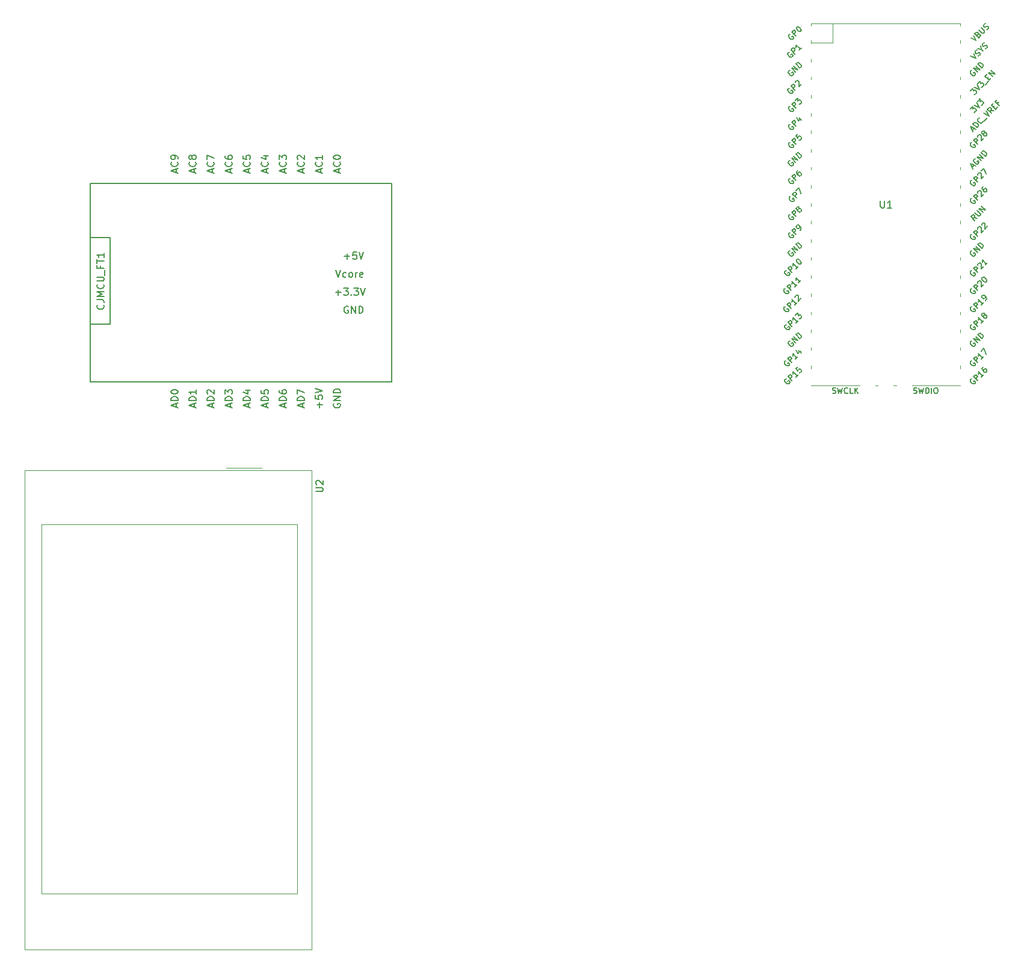
<source format=gbr>
%TF.GenerationSoftware,KiCad,Pcbnew,9.0.2*%
%TF.CreationDate,2025-05-23T00:22:38+05:30*%
%TF.ProjectId,Indira_Setu,496e6469-7261-45f5-9365-74752e6b6963,rev?*%
%TF.SameCoordinates,Original*%
%TF.FileFunction,Legend,Top*%
%TF.FilePolarity,Positive*%
%FSLAX46Y46*%
G04 Gerber Fmt 4.6, Leading zero omitted, Abs format (unit mm)*
G04 Created by KiCad (PCBNEW 9.0.2) date 2025-05-23 00:22:38*
%MOMM*%
%LPD*%
G01*
G04 APERTURE LIST*
%ADD10C,0.150000*%
%ADD11C,0.120000*%
G04 APERTURE END LIST*
D10*
X86294819Y-96894404D02*
X87104342Y-96894404D01*
X87104342Y-96894404D02*
X87199580Y-96846785D01*
X87199580Y-96846785D02*
X87247200Y-96799166D01*
X87247200Y-96799166D02*
X87294819Y-96703928D01*
X87294819Y-96703928D02*
X87294819Y-96513452D01*
X87294819Y-96513452D02*
X87247200Y-96418214D01*
X87247200Y-96418214D02*
X87199580Y-96370595D01*
X87199580Y-96370595D02*
X87104342Y-96322976D01*
X87104342Y-96322976D02*
X86294819Y-96322976D01*
X86390057Y-95894404D02*
X86342438Y-95846785D01*
X86342438Y-95846785D02*
X86294819Y-95751547D01*
X86294819Y-95751547D02*
X86294819Y-95513452D01*
X86294819Y-95513452D02*
X86342438Y-95418214D01*
X86342438Y-95418214D02*
X86390057Y-95370595D01*
X86390057Y-95370595D02*
X86485295Y-95322976D01*
X86485295Y-95322976D02*
X86580533Y-95322976D01*
X86580533Y-95322976D02*
X86723390Y-95370595D01*
X86723390Y-95370595D02*
X87294819Y-95942023D01*
X87294819Y-95942023D02*
X87294819Y-95322976D01*
X165738095Y-55954819D02*
X165738095Y-56764342D01*
X165738095Y-56764342D02*
X165785714Y-56859580D01*
X165785714Y-56859580D02*
X165833333Y-56907200D01*
X165833333Y-56907200D02*
X165928571Y-56954819D01*
X165928571Y-56954819D02*
X166119047Y-56954819D01*
X166119047Y-56954819D02*
X166214285Y-56907200D01*
X166214285Y-56907200D02*
X166261904Y-56859580D01*
X166261904Y-56859580D02*
X166309523Y-56764342D01*
X166309523Y-56764342D02*
X166309523Y-55954819D01*
X167309523Y-56954819D02*
X166738095Y-56954819D01*
X167023809Y-56954819D02*
X167023809Y-55954819D01*
X167023809Y-55954819D02*
X166928571Y-56097676D01*
X166928571Y-56097676D02*
X166833333Y-56192914D01*
X166833333Y-56192914D02*
X166738095Y-56240533D01*
X152489998Y-65780868D02*
X152409185Y-65807805D01*
X152409185Y-65807805D02*
X152328373Y-65888618D01*
X152328373Y-65888618D02*
X152274498Y-65996367D01*
X152274498Y-65996367D02*
X152274498Y-66104117D01*
X152274498Y-66104117D02*
X152301436Y-66184929D01*
X152301436Y-66184929D02*
X152382248Y-66319616D01*
X152382248Y-66319616D02*
X152463060Y-66400428D01*
X152463060Y-66400428D02*
X152597747Y-66481241D01*
X152597747Y-66481241D02*
X152678560Y-66508178D01*
X152678560Y-66508178D02*
X152786309Y-66508178D01*
X152786309Y-66508178D02*
X152894059Y-66454303D01*
X152894059Y-66454303D02*
X152947934Y-66400428D01*
X152947934Y-66400428D02*
X153001808Y-66292679D01*
X153001808Y-66292679D02*
X153001808Y-66238804D01*
X153001808Y-66238804D02*
X152813247Y-66050242D01*
X152813247Y-66050242D02*
X152705497Y-66157992D01*
X153298120Y-66050242D02*
X152732434Y-65484557D01*
X152732434Y-65484557D02*
X152947934Y-65269057D01*
X152947934Y-65269057D02*
X153028746Y-65242120D01*
X153028746Y-65242120D02*
X153082621Y-65242120D01*
X153082621Y-65242120D02*
X153163433Y-65269057D01*
X153163433Y-65269057D02*
X153244245Y-65349870D01*
X153244245Y-65349870D02*
X153271182Y-65430682D01*
X153271182Y-65430682D02*
X153271182Y-65484557D01*
X153271182Y-65484557D02*
X153244245Y-65565369D01*
X153244245Y-65565369D02*
X153028746Y-65780868D01*
X154160117Y-65188245D02*
X153836868Y-65511494D01*
X153998492Y-65349870D02*
X153432807Y-64784184D01*
X153432807Y-64784184D02*
X153459744Y-64918871D01*
X153459744Y-64918871D02*
X153459744Y-65026621D01*
X153459744Y-65026621D02*
X153432807Y-65107433D01*
X153944618Y-64272373D02*
X153998492Y-64218499D01*
X153998492Y-64218499D02*
X154079305Y-64191561D01*
X154079305Y-64191561D02*
X154133179Y-64191561D01*
X154133179Y-64191561D02*
X154213992Y-64218499D01*
X154213992Y-64218499D02*
X154348679Y-64299311D01*
X154348679Y-64299311D02*
X154483366Y-64433998D01*
X154483366Y-64433998D02*
X154564178Y-64568685D01*
X154564178Y-64568685D02*
X154591115Y-64649497D01*
X154591115Y-64649497D02*
X154591115Y-64703372D01*
X154591115Y-64703372D02*
X154564178Y-64784184D01*
X154564178Y-64784184D02*
X154510303Y-64838059D01*
X154510303Y-64838059D02*
X154429491Y-64864996D01*
X154429491Y-64864996D02*
X154375616Y-64864996D01*
X154375616Y-64864996D02*
X154294804Y-64838059D01*
X154294804Y-64838059D02*
X154160117Y-64757247D01*
X154160117Y-64757247D02*
X154025430Y-64622560D01*
X154025430Y-64622560D02*
X153944618Y-64487873D01*
X153944618Y-64487873D02*
X153917680Y-64407060D01*
X153917680Y-64407060D02*
X153917680Y-64353186D01*
X153917680Y-64353186D02*
X153944618Y-64272373D01*
X158990475Y-83024200D02*
X159104761Y-83062295D01*
X159104761Y-83062295D02*
X159295237Y-83062295D01*
X159295237Y-83062295D02*
X159371428Y-83024200D01*
X159371428Y-83024200D02*
X159409523Y-82986104D01*
X159409523Y-82986104D02*
X159447618Y-82909914D01*
X159447618Y-82909914D02*
X159447618Y-82833723D01*
X159447618Y-82833723D02*
X159409523Y-82757533D01*
X159409523Y-82757533D02*
X159371428Y-82719438D01*
X159371428Y-82719438D02*
X159295237Y-82681342D01*
X159295237Y-82681342D02*
X159142856Y-82643247D01*
X159142856Y-82643247D02*
X159066666Y-82605152D01*
X159066666Y-82605152D02*
X159028571Y-82567057D01*
X159028571Y-82567057D02*
X158990475Y-82490866D01*
X158990475Y-82490866D02*
X158990475Y-82414676D01*
X158990475Y-82414676D02*
X159028571Y-82338485D01*
X159028571Y-82338485D02*
X159066666Y-82300390D01*
X159066666Y-82300390D02*
X159142856Y-82262295D01*
X159142856Y-82262295D02*
X159333333Y-82262295D01*
X159333333Y-82262295D02*
X159447618Y-82300390D01*
X159714285Y-82262295D02*
X159904761Y-83062295D01*
X159904761Y-83062295D02*
X160057142Y-82490866D01*
X160057142Y-82490866D02*
X160209523Y-83062295D01*
X160209523Y-83062295D02*
X160400000Y-82262295D01*
X161161905Y-82986104D02*
X161123809Y-83024200D01*
X161123809Y-83024200D02*
X161009524Y-83062295D01*
X161009524Y-83062295D02*
X160933333Y-83062295D01*
X160933333Y-83062295D02*
X160819047Y-83024200D01*
X160819047Y-83024200D02*
X160742857Y-82948009D01*
X160742857Y-82948009D02*
X160704762Y-82871819D01*
X160704762Y-82871819D02*
X160666666Y-82719438D01*
X160666666Y-82719438D02*
X160666666Y-82605152D01*
X160666666Y-82605152D02*
X160704762Y-82452771D01*
X160704762Y-82452771D02*
X160742857Y-82376580D01*
X160742857Y-82376580D02*
X160819047Y-82300390D01*
X160819047Y-82300390D02*
X160933333Y-82262295D01*
X160933333Y-82262295D02*
X161009524Y-82262295D01*
X161009524Y-82262295D02*
X161123809Y-82300390D01*
X161123809Y-82300390D02*
X161161905Y-82338485D01*
X161885714Y-83062295D02*
X161504762Y-83062295D01*
X161504762Y-83062295D02*
X161504762Y-82262295D01*
X162152381Y-83062295D02*
X162152381Y-82262295D01*
X162609524Y-83062295D02*
X162266666Y-82605152D01*
X162609524Y-82262295D02*
X162152381Y-82719438D01*
X178597998Y-78480868D02*
X178517185Y-78507805D01*
X178517185Y-78507805D02*
X178436373Y-78588618D01*
X178436373Y-78588618D02*
X178382498Y-78696367D01*
X178382498Y-78696367D02*
X178382498Y-78804117D01*
X178382498Y-78804117D02*
X178409436Y-78884929D01*
X178409436Y-78884929D02*
X178490248Y-79019616D01*
X178490248Y-79019616D02*
X178571060Y-79100428D01*
X178571060Y-79100428D02*
X178705747Y-79181241D01*
X178705747Y-79181241D02*
X178786560Y-79208178D01*
X178786560Y-79208178D02*
X178894309Y-79208178D01*
X178894309Y-79208178D02*
X179002059Y-79154303D01*
X179002059Y-79154303D02*
X179055934Y-79100428D01*
X179055934Y-79100428D02*
X179109808Y-78992679D01*
X179109808Y-78992679D02*
X179109808Y-78938804D01*
X179109808Y-78938804D02*
X178921247Y-78750242D01*
X178921247Y-78750242D02*
X178813497Y-78857992D01*
X179406120Y-78750242D02*
X178840434Y-78184557D01*
X178840434Y-78184557D02*
X179055934Y-77969057D01*
X179055934Y-77969057D02*
X179136746Y-77942120D01*
X179136746Y-77942120D02*
X179190621Y-77942120D01*
X179190621Y-77942120D02*
X179271433Y-77969057D01*
X179271433Y-77969057D02*
X179352245Y-78049870D01*
X179352245Y-78049870D02*
X179379182Y-78130682D01*
X179379182Y-78130682D02*
X179379182Y-78184557D01*
X179379182Y-78184557D02*
X179352245Y-78265369D01*
X179352245Y-78265369D02*
X179136746Y-78480868D01*
X180268117Y-77888245D02*
X179944868Y-78211494D01*
X180106492Y-78049870D02*
X179540807Y-77484184D01*
X179540807Y-77484184D02*
X179567744Y-77618871D01*
X179567744Y-77618871D02*
X179567744Y-77726621D01*
X179567744Y-77726621D02*
X179540807Y-77807433D01*
X179890993Y-77133998D02*
X180268117Y-76756874D01*
X180268117Y-76756874D02*
X180591366Y-77564996D01*
X178597998Y-55620868D02*
X178517185Y-55647805D01*
X178517185Y-55647805D02*
X178436373Y-55728618D01*
X178436373Y-55728618D02*
X178382498Y-55836367D01*
X178382498Y-55836367D02*
X178382498Y-55944117D01*
X178382498Y-55944117D02*
X178409436Y-56024929D01*
X178409436Y-56024929D02*
X178490248Y-56159616D01*
X178490248Y-56159616D02*
X178571060Y-56240428D01*
X178571060Y-56240428D02*
X178705747Y-56321241D01*
X178705747Y-56321241D02*
X178786560Y-56348178D01*
X178786560Y-56348178D02*
X178894309Y-56348178D01*
X178894309Y-56348178D02*
X179002059Y-56294303D01*
X179002059Y-56294303D02*
X179055934Y-56240428D01*
X179055934Y-56240428D02*
X179109808Y-56132679D01*
X179109808Y-56132679D02*
X179109808Y-56078804D01*
X179109808Y-56078804D02*
X178921247Y-55890242D01*
X178921247Y-55890242D02*
X178813497Y-55997992D01*
X179406120Y-55890242D02*
X178840434Y-55324557D01*
X178840434Y-55324557D02*
X179055934Y-55109057D01*
X179055934Y-55109057D02*
X179136746Y-55082120D01*
X179136746Y-55082120D02*
X179190621Y-55082120D01*
X179190621Y-55082120D02*
X179271433Y-55109057D01*
X179271433Y-55109057D02*
X179352245Y-55189870D01*
X179352245Y-55189870D02*
X179379182Y-55270682D01*
X179379182Y-55270682D02*
X179379182Y-55324557D01*
X179379182Y-55324557D02*
X179352245Y-55405369D01*
X179352245Y-55405369D02*
X179136746Y-55620868D01*
X179433057Y-54839683D02*
X179433057Y-54785809D01*
X179433057Y-54785809D02*
X179459995Y-54704996D01*
X179459995Y-54704996D02*
X179594682Y-54570309D01*
X179594682Y-54570309D02*
X179675494Y-54543372D01*
X179675494Y-54543372D02*
X179729369Y-54543372D01*
X179729369Y-54543372D02*
X179810181Y-54570309D01*
X179810181Y-54570309D02*
X179864056Y-54624184D01*
X179864056Y-54624184D02*
X179917930Y-54731934D01*
X179917930Y-54731934D02*
X179917930Y-55378431D01*
X179917930Y-55378431D02*
X180268117Y-55028245D01*
X180187305Y-53977686D02*
X180079555Y-54085436D01*
X180079555Y-54085436D02*
X180052618Y-54166248D01*
X180052618Y-54166248D02*
X180052618Y-54220123D01*
X180052618Y-54220123D02*
X180079555Y-54354810D01*
X180079555Y-54354810D02*
X180160367Y-54489497D01*
X180160367Y-54489497D02*
X180375866Y-54704996D01*
X180375866Y-54704996D02*
X180456679Y-54731934D01*
X180456679Y-54731934D02*
X180510553Y-54731934D01*
X180510553Y-54731934D02*
X180591366Y-54704996D01*
X180591366Y-54704996D02*
X180699115Y-54597247D01*
X180699115Y-54597247D02*
X180726053Y-54516434D01*
X180726053Y-54516434D02*
X180726053Y-54462560D01*
X180726053Y-54462560D02*
X180699115Y-54381747D01*
X180699115Y-54381747D02*
X180564428Y-54247060D01*
X180564428Y-54247060D02*
X180483616Y-54220123D01*
X180483616Y-54220123D02*
X180429741Y-54220123D01*
X180429741Y-54220123D02*
X180348929Y-54247060D01*
X180348929Y-54247060D02*
X180241179Y-54354810D01*
X180241179Y-54354810D02*
X180214242Y-54435622D01*
X180214242Y-54435622D02*
X180214242Y-54489497D01*
X180214242Y-54489497D02*
X180241179Y-54570309D01*
X178586435Y-62998431D02*
X178505623Y-63025368D01*
X178505623Y-63025368D02*
X178424811Y-63106180D01*
X178424811Y-63106180D02*
X178370936Y-63213930D01*
X178370936Y-63213930D02*
X178370936Y-63321680D01*
X178370936Y-63321680D02*
X178397873Y-63402492D01*
X178397873Y-63402492D02*
X178478685Y-63537179D01*
X178478685Y-63537179D02*
X178559498Y-63617991D01*
X178559498Y-63617991D02*
X178694185Y-63698803D01*
X178694185Y-63698803D02*
X178774997Y-63725741D01*
X178774997Y-63725741D02*
X178882746Y-63725741D01*
X178882746Y-63725741D02*
X178990496Y-63671866D01*
X178990496Y-63671866D02*
X179044371Y-63617991D01*
X179044371Y-63617991D02*
X179098246Y-63510241D01*
X179098246Y-63510241D02*
X179098246Y-63456367D01*
X179098246Y-63456367D02*
X178909684Y-63267805D01*
X178909684Y-63267805D02*
X178801934Y-63375554D01*
X179394557Y-63267805D02*
X178828872Y-62702119D01*
X178828872Y-62702119D02*
X179717806Y-62944556D01*
X179717806Y-62944556D02*
X179152120Y-62378871D01*
X179987180Y-62675182D02*
X179421494Y-62109497D01*
X179421494Y-62109497D02*
X179556181Y-61974810D01*
X179556181Y-61974810D02*
X179663931Y-61920935D01*
X179663931Y-61920935D02*
X179771680Y-61920935D01*
X179771680Y-61920935D02*
X179852493Y-61947872D01*
X179852493Y-61947872D02*
X179987180Y-62028685D01*
X179987180Y-62028685D02*
X180067992Y-62109497D01*
X180067992Y-62109497D02*
X180148804Y-62244184D01*
X180148804Y-62244184D02*
X180175741Y-62324996D01*
X180175741Y-62324996D02*
X180175741Y-62432746D01*
X180175741Y-62432746D02*
X180121867Y-62540495D01*
X180121867Y-62540495D02*
X179987180Y-62675182D01*
X152443998Y-78480868D02*
X152363185Y-78507805D01*
X152363185Y-78507805D02*
X152282373Y-78588618D01*
X152282373Y-78588618D02*
X152228498Y-78696367D01*
X152228498Y-78696367D02*
X152228498Y-78804117D01*
X152228498Y-78804117D02*
X152255436Y-78884929D01*
X152255436Y-78884929D02*
X152336248Y-79019616D01*
X152336248Y-79019616D02*
X152417060Y-79100428D01*
X152417060Y-79100428D02*
X152551747Y-79181241D01*
X152551747Y-79181241D02*
X152632560Y-79208178D01*
X152632560Y-79208178D02*
X152740309Y-79208178D01*
X152740309Y-79208178D02*
X152848059Y-79154303D01*
X152848059Y-79154303D02*
X152901934Y-79100428D01*
X152901934Y-79100428D02*
X152955808Y-78992679D01*
X152955808Y-78992679D02*
X152955808Y-78938804D01*
X152955808Y-78938804D02*
X152767247Y-78750242D01*
X152767247Y-78750242D02*
X152659497Y-78857992D01*
X153252120Y-78750242D02*
X152686434Y-78184557D01*
X152686434Y-78184557D02*
X152901934Y-77969057D01*
X152901934Y-77969057D02*
X152982746Y-77942120D01*
X152982746Y-77942120D02*
X153036621Y-77942120D01*
X153036621Y-77942120D02*
X153117433Y-77969057D01*
X153117433Y-77969057D02*
X153198245Y-78049870D01*
X153198245Y-78049870D02*
X153225182Y-78130682D01*
X153225182Y-78130682D02*
X153225182Y-78184557D01*
X153225182Y-78184557D02*
X153198245Y-78265369D01*
X153198245Y-78265369D02*
X152982746Y-78480868D01*
X154114117Y-77888245D02*
X153790868Y-78211494D01*
X153952492Y-78049870D02*
X153386807Y-77484184D01*
X153386807Y-77484184D02*
X153413744Y-77618871D01*
X153413744Y-77618871D02*
X153413744Y-77726621D01*
X153413744Y-77726621D02*
X153386807Y-77807433D01*
X154221866Y-77026248D02*
X154598990Y-77403372D01*
X153871680Y-76945436D02*
X154141054Y-77484184D01*
X154141054Y-77484184D02*
X154491240Y-77133998D01*
X178597998Y-68320868D02*
X178517185Y-68347805D01*
X178517185Y-68347805D02*
X178436373Y-68428618D01*
X178436373Y-68428618D02*
X178382498Y-68536367D01*
X178382498Y-68536367D02*
X178382498Y-68644117D01*
X178382498Y-68644117D02*
X178409436Y-68724929D01*
X178409436Y-68724929D02*
X178490248Y-68859616D01*
X178490248Y-68859616D02*
X178571060Y-68940428D01*
X178571060Y-68940428D02*
X178705747Y-69021241D01*
X178705747Y-69021241D02*
X178786560Y-69048178D01*
X178786560Y-69048178D02*
X178894309Y-69048178D01*
X178894309Y-69048178D02*
X179002059Y-68994303D01*
X179002059Y-68994303D02*
X179055934Y-68940428D01*
X179055934Y-68940428D02*
X179109808Y-68832679D01*
X179109808Y-68832679D02*
X179109808Y-68778804D01*
X179109808Y-68778804D02*
X178921247Y-68590242D01*
X178921247Y-68590242D02*
X178813497Y-68697992D01*
X179406120Y-68590242D02*
X178840434Y-68024557D01*
X178840434Y-68024557D02*
X179055934Y-67809057D01*
X179055934Y-67809057D02*
X179136746Y-67782120D01*
X179136746Y-67782120D02*
X179190621Y-67782120D01*
X179190621Y-67782120D02*
X179271433Y-67809057D01*
X179271433Y-67809057D02*
X179352245Y-67889870D01*
X179352245Y-67889870D02*
X179379182Y-67970682D01*
X179379182Y-67970682D02*
X179379182Y-68024557D01*
X179379182Y-68024557D02*
X179352245Y-68105369D01*
X179352245Y-68105369D02*
X179136746Y-68320868D01*
X179433057Y-67539683D02*
X179433057Y-67485809D01*
X179433057Y-67485809D02*
X179459995Y-67404996D01*
X179459995Y-67404996D02*
X179594682Y-67270309D01*
X179594682Y-67270309D02*
X179675494Y-67243372D01*
X179675494Y-67243372D02*
X179729369Y-67243372D01*
X179729369Y-67243372D02*
X179810181Y-67270309D01*
X179810181Y-67270309D02*
X179864056Y-67324184D01*
X179864056Y-67324184D02*
X179917930Y-67431934D01*
X179917930Y-67431934D02*
X179917930Y-68078431D01*
X179917930Y-68078431D02*
X180268117Y-67728245D01*
X180052618Y-66812373D02*
X180106492Y-66758499D01*
X180106492Y-66758499D02*
X180187305Y-66731561D01*
X180187305Y-66731561D02*
X180241179Y-66731561D01*
X180241179Y-66731561D02*
X180321992Y-66758499D01*
X180321992Y-66758499D02*
X180456679Y-66839311D01*
X180456679Y-66839311D02*
X180591366Y-66973998D01*
X180591366Y-66973998D02*
X180672178Y-67108685D01*
X180672178Y-67108685D02*
X180699115Y-67189497D01*
X180699115Y-67189497D02*
X180699115Y-67243372D01*
X180699115Y-67243372D02*
X180672178Y-67324184D01*
X180672178Y-67324184D02*
X180618303Y-67378059D01*
X180618303Y-67378059D02*
X180537491Y-67404996D01*
X180537491Y-67404996D02*
X180483616Y-67404996D01*
X180483616Y-67404996D02*
X180402804Y-67378059D01*
X180402804Y-67378059D02*
X180268117Y-67297247D01*
X180268117Y-67297247D02*
X180133430Y-67162560D01*
X180133430Y-67162560D02*
X180052618Y-67027873D01*
X180052618Y-67027873D02*
X180025680Y-66947060D01*
X180025680Y-66947060D02*
X180025680Y-66893186D01*
X180025680Y-66893186D02*
X180052618Y-66812373D01*
X179338651Y-58443710D02*
X178880716Y-58362898D01*
X179015403Y-58766959D02*
X178449717Y-58201274D01*
X178449717Y-58201274D02*
X178665216Y-57985775D01*
X178665216Y-57985775D02*
X178746029Y-57958837D01*
X178746029Y-57958837D02*
X178799903Y-57958837D01*
X178799903Y-57958837D02*
X178880716Y-57985775D01*
X178880716Y-57985775D02*
X178961528Y-58066587D01*
X178961528Y-58066587D02*
X178988465Y-58147399D01*
X178988465Y-58147399D02*
X178988465Y-58201274D01*
X178988465Y-58201274D02*
X178961528Y-58282086D01*
X178961528Y-58282086D02*
X178746029Y-58497585D01*
X179015403Y-57635588D02*
X179473338Y-58093524D01*
X179473338Y-58093524D02*
X179554151Y-58120462D01*
X179554151Y-58120462D02*
X179608025Y-58120462D01*
X179608025Y-58120462D02*
X179688838Y-58093524D01*
X179688838Y-58093524D02*
X179796587Y-57985775D01*
X179796587Y-57985775D02*
X179823525Y-57904962D01*
X179823525Y-57904962D02*
X179823525Y-57851088D01*
X179823525Y-57851088D02*
X179796587Y-57770275D01*
X179796587Y-57770275D02*
X179338651Y-57312340D01*
X180173711Y-57608651D02*
X179608025Y-57042966D01*
X179608025Y-57042966D02*
X180496959Y-57285402D01*
X180496959Y-57285402D02*
X179931274Y-56719717D01*
X153013372Y-52811494D02*
X152932560Y-52838431D01*
X152932560Y-52838431D02*
X152851748Y-52919243D01*
X152851748Y-52919243D02*
X152797873Y-53026993D01*
X152797873Y-53026993D02*
X152797873Y-53134742D01*
X152797873Y-53134742D02*
X152824810Y-53215555D01*
X152824810Y-53215555D02*
X152905623Y-53350242D01*
X152905623Y-53350242D02*
X152986435Y-53431054D01*
X152986435Y-53431054D02*
X153121122Y-53511866D01*
X153121122Y-53511866D02*
X153201934Y-53538803D01*
X153201934Y-53538803D02*
X153309684Y-53538803D01*
X153309684Y-53538803D02*
X153417433Y-53484929D01*
X153417433Y-53484929D02*
X153471308Y-53431054D01*
X153471308Y-53431054D02*
X153525183Y-53323304D01*
X153525183Y-53323304D02*
X153525183Y-53269429D01*
X153525183Y-53269429D02*
X153336621Y-53080868D01*
X153336621Y-53080868D02*
X153228871Y-53188617D01*
X153821494Y-53080868D02*
X153255809Y-52515182D01*
X153255809Y-52515182D02*
X153471308Y-52299683D01*
X153471308Y-52299683D02*
X153552120Y-52272746D01*
X153552120Y-52272746D02*
X153605995Y-52272746D01*
X153605995Y-52272746D02*
X153686807Y-52299683D01*
X153686807Y-52299683D02*
X153767619Y-52380495D01*
X153767619Y-52380495D02*
X153794557Y-52461307D01*
X153794557Y-52461307D02*
X153794557Y-52515182D01*
X153794557Y-52515182D02*
X153767619Y-52595994D01*
X153767619Y-52595994D02*
X153552120Y-52811494D01*
X154063931Y-51707060D02*
X153956181Y-51814810D01*
X153956181Y-51814810D02*
X153929244Y-51895622D01*
X153929244Y-51895622D02*
X153929244Y-51949497D01*
X153929244Y-51949497D02*
X153956181Y-52084184D01*
X153956181Y-52084184D02*
X154036993Y-52218871D01*
X154036993Y-52218871D02*
X154252493Y-52434370D01*
X154252493Y-52434370D02*
X154333305Y-52461307D01*
X154333305Y-52461307D02*
X154387180Y-52461307D01*
X154387180Y-52461307D02*
X154467992Y-52434370D01*
X154467992Y-52434370D02*
X154575741Y-52326620D01*
X154575741Y-52326620D02*
X154602679Y-52245808D01*
X154602679Y-52245808D02*
X154602679Y-52191933D01*
X154602679Y-52191933D02*
X154575741Y-52111121D01*
X154575741Y-52111121D02*
X154441054Y-51976434D01*
X154441054Y-51976434D02*
X154360242Y-51949497D01*
X154360242Y-51949497D02*
X154306367Y-51949497D01*
X154306367Y-51949497D02*
X154225555Y-51976434D01*
X154225555Y-51976434D02*
X154117806Y-52084184D01*
X154117806Y-52084184D02*
X154090868Y-52164996D01*
X154090868Y-52164996D02*
X154090868Y-52218871D01*
X154090868Y-52218871D02*
X154117806Y-52299683D01*
X178651873Y-51241240D02*
X178921247Y-50971866D01*
X178759623Y-51456739D02*
X178382499Y-50702492D01*
X178382499Y-50702492D02*
X179136746Y-51079615D01*
X179082871Y-50055994D02*
X179002059Y-50082932D01*
X179002059Y-50082932D02*
X178921247Y-50163744D01*
X178921247Y-50163744D02*
X178867372Y-50271494D01*
X178867372Y-50271494D02*
X178867372Y-50379243D01*
X178867372Y-50379243D02*
X178894310Y-50460055D01*
X178894310Y-50460055D02*
X178975122Y-50594742D01*
X178975122Y-50594742D02*
X179055934Y-50675555D01*
X179055934Y-50675555D02*
X179190621Y-50756367D01*
X179190621Y-50756367D02*
X179271433Y-50783304D01*
X179271433Y-50783304D02*
X179379183Y-50783304D01*
X179379183Y-50783304D02*
X179486932Y-50729429D01*
X179486932Y-50729429D02*
X179540807Y-50675555D01*
X179540807Y-50675555D02*
X179594682Y-50567805D01*
X179594682Y-50567805D02*
X179594682Y-50513930D01*
X179594682Y-50513930D02*
X179406120Y-50325368D01*
X179406120Y-50325368D02*
X179298371Y-50433118D01*
X179890993Y-50325368D02*
X179325308Y-49759683D01*
X179325308Y-49759683D02*
X180214242Y-50002120D01*
X180214242Y-50002120D02*
X179648557Y-49436434D01*
X180483616Y-49732746D02*
X179917931Y-49167060D01*
X179917931Y-49167060D02*
X180052618Y-49032373D01*
X180052618Y-49032373D02*
X180160367Y-48978498D01*
X180160367Y-48978498D02*
X180268117Y-48978498D01*
X180268117Y-48978498D02*
X180348929Y-49005436D01*
X180348929Y-49005436D02*
X180483616Y-49086248D01*
X180483616Y-49086248D02*
X180564428Y-49167060D01*
X180564428Y-49167060D02*
X180645241Y-49301747D01*
X180645241Y-49301747D02*
X180672178Y-49382560D01*
X180672178Y-49382560D02*
X180672178Y-49490309D01*
X180672178Y-49490309D02*
X180618303Y-49598059D01*
X180618303Y-49598059D02*
X180483616Y-49732746D01*
X152986435Y-37598431D02*
X152905623Y-37625368D01*
X152905623Y-37625368D02*
X152824811Y-37706180D01*
X152824811Y-37706180D02*
X152770936Y-37813930D01*
X152770936Y-37813930D02*
X152770936Y-37921680D01*
X152770936Y-37921680D02*
X152797873Y-38002492D01*
X152797873Y-38002492D02*
X152878685Y-38137179D01*
X152878685Y-38137179D02*
X152959498Y-38217991D01*
X152959498Y-38217991D02*
X153094185Y-38298803D01*
X153094185Y-38298803D02*
X153174997Y-38325741D01*
X153174997Y-38325741D02*
X153282746Y-38325741D01*
X153282746Y-38325741D02*
X153390496Y-38271866D01*
X153390496Y-38271866D02*
X153444371Y-38217991D01*
X153444371Y-38217991D02*
X153498246Y-38110241D01*
X153498246Y-38110241D02*
X153498246Y-38056367D01*
X153498246Y-38056367D02*
X153309684Y-37867805D01*
X153309684Y-37867805D02*
X153201934Y-37975554D01*
X153794557Y-37867805D02*
X153228872Y-37302119D01*
X153228872Y-37302119D02*
X154117806Y-37544556D01*
X154117806Y-37544556D02*
X153552120Y-36978871D01*
X154387180Y-37275182D02*
X153821494Y-36709497D01*
X153821494Y-36709497D02*
X153956181Y-36574810D01*
X153956181Y-36574810D02*
X154063931Y-36520935D01*
X154063931Y-36520935D02*
X154171680Y-36520935D01*
X154171680Y-36520935D02*
X154252493Y-36547872D01*
X154252493Y-36547872D02*
X154387180Y-36628685D01*
X154387180Y-36628685D02*
X154467992Y-36709497D01*
X154467992Y-36709497D02*
X154548804Y-36844184D01*
X154548804Y-36844184D02*
X154575741Y-36924996D01*
X154575741Y-36924996D02*
X154575741Y-37032746D01*
X154575741Y-37032746D02*
X154521867Y-37140495D01*
X154521867Y-37140495D02*
X154387180Y-37275182D01*
X178390123Y-42990868D02*
X178740309Y-42640682D01*
X178740309Y-42640682D02*
X178767247Y-43044743D01*
X178767247Y-43044743D02*
X178848059Y-42963931D01*
X178848059Y-42963931D02*
X178928871Y-42936993D01*
X178928871Y-42936993D02*
X178982746Y-42936993D01*
X178982746Y-42936993D02*
X179063558Y-42963931D01*
X179063558Y-42963931D02*
X179198245Y-43098618D01*
X179198245Y-43098618D02*
X179225182Y-43179430D01*
X179225182Y-43179430D02*
X179225182Y-43233305D01*
X179225182Y-43233305D02*
X179198245Y-43314117D01*
X179198245Y-43314117D02*
X179036621Y-43475741D01*
X179036621Y-43475741D02*
X178955808Y-43502679D01*
X178955808Y-43502679D02*
X178901934Y-43502679D01*
X178901934Y-42479057D02*
X179656181Y-42856181D01*
X179656181Y-42856181D02*
X179279057Y-42101934D01*
X179413744Y-41967247D02*
X179763930Y-41617061D01*
X179763930Y-41617061D02*
X179790868Y-42021122D01*
X179790868Y-42021122D02*
X179871680Y-41940309D01*
X179871680Y-41940309D02*
X179952492Y-41913372D01*
X179952492Y-41913372D02*
X180006367Y-41913372D01*
X180006367Y-41913372D02*
X180087179Y-41940309D01*
X180087179Y-41940309D02*
X180221866Y-42074996D01*
X180221866Y-42074996D02*
X180248804Y-42155809D01*
X180248804Y-42155809D02*
X180248804Y-42209683D01*
X180248804Y-42209683D02*
X180221866Y-42290496D01*
X180221866Y-42290496D02*
X180060242Y-42452120D01*
X180060242Y-42452120D02*
X179979430Y-42479057D01*
X179979430Y-42479057D02*
X179925555Y-42479057D01*
X152986435Y-75698431D02*
X152905623Y-75725368D01*
X152905623Y-75725368D02*
X152824811Y-75806180D01*
X152824811Y-75806180D02*
X152770936Y-75913930D01*
X152770936Y-75913930D02*
X152770936Y-76021680D01*
X152770936Y-76021680D02*
X152797873Y-76102492D01*
X152797873Y-76102492D02*
X152878685Y-76237179D01*
X152878685Y-76237179D02*
X152959498Y-76317991D01*
X152959498Y-76317991D02*
X153094185Y-76398803D01*
X153094185Y-76398803D02*
X153174997Y-76425741D01*
X153174997Y-76425741D02*
X153282746Y-76425741D01*
X153282746Y-76425741D02*
X153390496Y-76371866D01*
X153390496Y-76371866D02*
X153444371Y-76317991D01*
X153444371Y-76317991D02*
X153498246Y-76210241D01*
X153498246Y-76210241D02*
X153498246Y-76156367D01*
X153498246Y-76156367D02*
X153309684Y-75967805D01*
X153309684Y-75967805D02*
X153201934Y-76075554D01*
X153794557Y-75967805D02*
X153228872Y-75402119D01*
X153228872Y-75402119D02*
X154117806Y-75644556D01*
X154117806Y-75644556D02*
X153552120Y-75078871D01*
X154387180Y-75375182D02*
X153821494Y-74809497D01*
X153821494Y-74809497D02*
X153956181Y-74674810D01*
X153956181Y-74674810D02*
X154063931Y-74620935D01*
X154063931Y-74620935D02*
X154171680Y-74620935D01*
X154171680Y-74620935D02*
X154252493Y-74647872D01*
X154252493Y-74647872D02*
X154387180Y-74728685D01*
X154387180Y-74728685D02*
X154467992Y-74809497D01*
X154467992Y-74809497D02*
X154548804Y-74944184D01*
X154548804Y-74944184D02*
X154575741Y-75024996D01*
X154575741Y-75024996D02*
X154575741Y-75132746D01*
X154575741Y-75132746D02*
X154521867Y-75240495D01*
X154521867Y-75240495D02*
X154387180Y-75375182D01*
X170404761Y-83024200D02*
X170519047Y-83062295D01*
X170519047Y-83062295D02*
X170709523Y-83062295D01*
X170709523Y-83062295D02*
X170785714Y-83024200D01*
X170785714Y-83024200D02*
X170823809Y-82986104D01*
X170823809Y-82986104D02*
X170861904Y-82909914D01*
X170861904Y-82909914D02*
X170861904Y-82833723D01*
X170861904Y-82833723D02*
X170823809Y-82757533D01*
X170823809Y-82757533D02*
X170785714Y-82719438D01*
X170785714Y-82719438D02*
X170709523Y-82681342D01*
X170709523Y-82681342D02*
X170557142Y-82643247D01*
X170557142Y-82643247D02*
X170480952Y-82605152D01*
X170480952Y-82605152D02*
X170442857Y-82567057D01*
X170442857Y-82567057D02*
X170404761Y-82490866D01*
X170404761Y-82490866D02*
X170404761Y-82414676D01*
X170404761Y-82414676D02*
X170442857Y-82338485D01*
X170442857Y-82338485D02*
X170480952Y-82300390D01*
X170480952Y-82300390D02*
X170557142Y-82262295D01*
X170557142Y-82262295D02*
X170747619Y-82262295D01*
X170747619Y-82262295D02*
X170861904Y-82300390D01*
X171128571Y-82262295D02*
X171319047Y-83062295D01*
X171319047Y-83062295D02*
X171471428Y-82490866D01*
X171471428Y-82490866D02*
X171623809Y-83062295D01*
X171623809Y-83062295D02*
X171814286Y-82262295D01*
X172119048Y-83062295D02*
X172119048Y-82262295D01*
X172119048Y-82262295D02*
X172309524Y-82262295D01*
X172309524Y-82262295D02*
X172423810Y-82300390D01*
X172423810Y-82300390D02*
X172500000Y-82376580D01*
X172500000Y-82376580D02*
X172538095Y-82452771D01*
X172538095Y-82452771D02*
X172576191Y-82605152D01*
X172576191Y-82605152D02*
X172576191Y-82719438D01*
X172576191Y-82719438D02*
X172538095Y-82871819D01*
X172538095Y-82871819D02*
X172500000Y-82948009D01*
X172500000Y-82948009D02*
X172423810Y-83024200D01*
X172423810Y-83024200D02*
X172309524Y-83062295D01*
X172309524Y-83062295D02*
X172119048Y-83062295D01*
X172919048Y-83062295D02*
X172919048Y-82262295D01*
X173452381Y-82262295D02*
X173604762Y-82262295D01*
X173604762Y-82262295D02*
X173680952Y-82300390D01*
X173680952Y-82300390D02*
X173757143Y-82376580D01*
X173757143Y-82376580D02*
X173795238Y-82528961D01*
X173795238Y-82528961D02*
X173795238Y-82795628D01*
X173795238Y-82795628D02*
X173757143Y-82948009D01*
X173757143Y-82948009D02*
X173680952Y-83024200D01*
X173680952Y-83024200D02*
X173604762Y-83062295D01*
X173604762Y-83062295D02*
X173452381Y-83062295D01*
X173452381Y-83062295D02*
X173376190Y-83024200D01*
X173376190Y-83024200D02*
X173300000Y-82948009D01*
X173300000Y-82948009D02*
X173261904Y-82795628D01*
X173261904Y-82795628D02*
X173261904Y-82528961D01*
X173261904Y-82528961D02*
X173300000Y-82376580D01*
X173300000Y-82376580D02*
X173376190Y-82300390D01*
X173376190Y-82300390D02*
X173452381Y-82262295D01*
X153013372Y-32491494D02*
X152932560Y-32518431D01*
X152932560Y-32518431D02*
X152851748Y-32599243D01*
X152851748Y-32599243D02*
X152797873Y-32706993D01*
X152797873Y-32706993D02*
X152797873Y-32814742D01*
X152797873Y-32814742D02*
X152824810Y-32895555D01*
X152824810Y-32895555D02*
X152905623Y-33030242D01*
X152905623Y-33030242D02*
X152986435Y-33111054D01*
X152986435Y-33111054D02*
X153121122Y-33191866D01*
X153121122Y-33191866D02*
X153201934Y-33218803D01*
X153201934Y-33218803D02*
X153309684Y-33218803D01*
X153309684Y-33218803D02*
X153417433Y-33164929D01*
X153417433Y-33164929D02*
X153471308Y-33111054D01*
X153471308Y-33111054D02*
X153525183Y-33003304D01*
X153525183Y-33003304D02*
X153525183Y-32949429D01*
X153525183Y-32949429D02*
X153336621Y-32760868D01*
X153336621Y-32760868D02*
X153228871Y-32868617D01*
X153821494Y-32760868D02*
X153255809Y-32195182D01*
X153255809Y-32195182D02*
X153471308Y-31979683D01*
X153471308Y-31979683D02*
X153552120Y-31952746D01*
X153552120Y-31952746D02*
X153605995Y-31952746D01*
X153605995Y-31952746D02*
X153686807Y-31979683D01*
X153686807Y-31979683D02*
X153767619Y-32060495D01*
X153767619Y-32060495D02*
X153794557Y-32141307D01*
X153794557Y-32141307D02*
X153794557Y-32195182D01*
X153794557Y-32195182D02*
X153767619Y-32275994D01*
X153767619Y-32275994D02*
X153552120Y-32491494D01*
X153929244Y-31521747D02*
X153983119Y-31467872D01*
X153983119Y-31467872D02*
X154063931Y-31440935D01*
X154063931Y-31440935D02*
X154117806Y-31440935D01*
X154117806Y-31440935D02*
X154198618Y-31467872D01*
X154198618Y-31467872D02*
X154333305Y-31548685D01*
X154333305Y-31548685D02*
X154467992Y-31683372D01*
X154467992Y-31683372D02*
X154548804Y-31818059D01*
X154548804Y-31818059D02*
X154575741Y-31898871D01*
X154575741Y-31898871D02*
X154575741Y-31952746D01*
X154575741Y-31952746D02*
X154548804Y-32033558D01*
X154548804Y-32033558D02*
X154494929Y-32087433D01*
X154494929Y-32087433D02*
X154414117Y-32114370D01*
X154414117Y-32114370D02*
X154360242Y-32114370D01*
X154360242Y-32114370D02*
X154279430Y-32087433D01*
X154279430Y-32087433D02*
X154144743Y-32006620D01*
X154144743Y-32006620D02*
X154010056Y-31871933D01*
X154010056Y-31871933D02*
X153929244Y-31737246D01*
X153929244Y-31737246D02*
X153902306Y-31656434D01*
X153902306Y-31656434D02*
X153902306Y-31602559D01*
X153902306Y-31602559D02*
X153929244Y-31521747D01*
X178597998Y-53090868D02*
X178517185Y-53117805D01*
X178517185Y-53117805D02*
X178436373Y-53198618D01*
X178436373Y-53198618D02*
X178382498Y-53306367D01*
X178382498Y-53306367D02*
X178382498Y-53414117D01*
X178382498Y-53414117D02*
X178409436Y-53494929D01*
X178409436Y-53494929D02*
X178490248Y-53629616D01*
X178490248Y-53629616D02*
X178571060Y-53710428D01*
X178571060Y-53710428D02*
X178705747Y-53791241D01*
X178705747Y-53791241D02*
X178786560Y-53818178D01*
X178786560Y-53818178D02*
X178894309Y-53818178D01*
X178894309Y-53818178D02*
X179002059Y-53764303D01*
X179002059Y-53764303D02*
X179055934Y-53710428D01*
X179055934Y-53710428D02*
X179109808Y-53602679D01*
X179109808Y-53602679D02*
X179109808Y-53548804D01*
X179109808Y-53548804D02*
X178921247Y-53360242D01*
X178921247Y-53360242D02*
X178813497Y-53467992D01*
X179406120Y-53360242D02*
X178840434Y-52794557D01*
X178840434Y-52794557D02*
X179055934Y-52579057D01*
X179055934Y-52579057D02*
X179136746Y-52552120D01*
X179136746Y-52552120D02*
X179190621Y-52552120D01*
X179190621Y-52552120D02*
X179271433Y-52579057D01*
X179271433Y-52579057D02*
X179352245Y-52659870D01*
X179352245Y-52659870D02*
X179379182Y-52740682D01*
X179379182Y-52740682D02*
X179379182Y-52794557D01*
X179379182Y-52794557D02*
X179352245Y-52875369D01*
X179352245Y-52875369D02*
X179136746Y-53090868D01*
X179433057Y-52309683D02*
X179433057Y-52255809D01*
X179433057Y-52255809D02*
X179459995Y-52174996D01*
X179459995Y-52174996D02*
X179594682Y-52040309D01*
X179594682Y-52040309D02*
X179675494Y-52013372D01*
X179675494Y-52013372D02*
X179729369Y-52013372D01*
X179729369Y-52013372D02*
X179810181Y-52040309D01*
X179810181Y-52040309D02*
X179864056Y-52094184D01*
X179864056Y-52094184D02*
X179917930Y-52201934D01*
X179917930Y-52201934D02*
X179917930Y-52848431D01*
X179917930Y-52848431D02*
X180268117Y-52498245D01*
X179890993Y-51743998D02*
X180268117Y-51366874D01*
X180268117Y-51366874D02*
X180591366Y-52174996D01*
X178597998Y-60700868D02*
X178517185Y-60727805D01*
X178517185Y-60727805D02*
X178436373Y-60808618D01*
X178436373Y-60808618D02*
X178382498Y-60916367D01*
X178382498Y-60916367D02*
X178382498Y-61024117D01*
X178382498Y-61024117D02*
X178409436Y-61104929D01*
X178409436Y-61104929D02*
X178490248Y-61239616D01*
X178490248Y-61239616D02*
X178571060Y-61320428D01*
X178571060Y-61320428D02*
X178705747Y-61401241D01*
X178705747Y-61401241D02*
X178786560Y-61428178D01*
X178786560Y-61428178D02*
X178894309Y-61428178D01*
X178894309Y-61428178D02*
X179002059Y-61374303D01*
X179002059Y-61374303D02*
X179055934Y-61320428D01*
X179055934Y-61320428D02*
X179109808Y-61212679D01*
X179109808Y-61212679D02*
X179109808Y-61158804D01*
X179109808Y-61158804D02*
X178921247Y-60970242D01*
X178921247Y-60970242D02*
X178813497Y-61077992D01*
X179406120Y-60970242D02*
X178840434Y-60404557D01*
X178840434Y-60404557D02*
X179055934Y-60189057D01*
X179055934Y-60189057D02*
X179136746Y-60162120D01*
X179136746Y-60162120D02*
X179190621Y-60162120D01*
X179190621Y-60162120D02*
X179271433Y-60189057D01*
X179271433Y-60189057D02*
X179352245Y-60269870D01*
X179352245Y-60269870D02*
X179379182Y-60350682D01*
X179379182Y-60350682D02*
X179379182Y-60404557D01*
X179379182Y-60404557D02*
X179352245Y-60485369D01*
X179352245Y-60485369D02*
X179136746Y-60700868D01*
X179433057Y-59919683D02*
X179433057Y-59865809D01*
X179433057Y-59865809D02*
X179459995Y-59784996D01*
X179459995Y-59784996D02*
X179594682Y-59650309D01*
X179594682Y-59650309D02*
X179675494Y-59623372D01*
X179675494Y-59623372D02*
X179729369Y-59623372D01*
X179729369Y-59623372D02*
X179810181Y-59650309D01*
X179810181Y-59650309D02*
X179864056Y-59704184D01*
X179864056Y-59704184D02*
X179917930Y-59811934D01*
X179917930Y-59811934D02*
X179917930Y-60458431D01*
X179917930Y-60458431D02*
X180268117Y-60108245D01*
X179971805Y-59380935D02*
X179971805Y-59327060D01*
X179971805Y-59327060D02*
X179998743Y-59246248D01*
X179998743Y-59246248D02*
X180133430Y-59111561D01*
X180133430Y-59111561D02*
X180214242Y-59084624D01*
X180214242Y-59084624D02*
X180268117Y-59084624D01*
X180268117Y-59084624D02*
X180348929Y-59111561D01*
X180348929Y-59111561D02*
X180402804Y-59165436D01*
X180402804Y-59165436D02*
X180456679Y-59273186D01*
X180456679Y-59273186D02*
X180456679Y-59919683D01*
X180456679Y-59919683D02*
X180806865Y-59569497D01*
X178597998Y-73400868D02*
X178517185Y-73427805D01*
X178517185Y-73427805D02*
X178436373Y-73508618D01*
X178436373Y-73508618D02*
X178382498Y-73616367D01*
X178382498Y-73616367D02*
X178382498Y-73724117D01*
X178382498Y-73724117D02*
X178409436Y-73804929D01*
X178409436Y-73804929D02*
X178490248Y-73939616D01*
X178490248Y-73939616D02*
X178571060Y-74020428D01*
X178571060Y-74020428D02*
X178705747Y-74101241D01*
X178705747Y-74101241D02*
X178786560Y-74128178D01*
X178786560Y-74128178D02*
X178894309Y-74128178D01*
X178894309Y-74128178D02*
X179002059Y-74074303D01*
X179002059Y-74074303D02*
X179055934Y-74020428D01*
X179055934Y-74020428D02*
X179109808Y-73912679D01*
X179109808Y-73912679D02*
X179109808Y-73858804D01*
X179109808Y-73858804D02*
X178921247Y-73670242D01*
X178921247Y-73670242D02*
X178813497Y-73777992D01*
X179406120Y-73670242D02*
X178840434Y-73104557D01*
X178840434Y-73104557D02*
X179055934Y-72889057D01*
X179055934Y-72889057D02*
X179136746Y-72862120D01*
X179136746Y-72862120D02*
X179190621Y-72862120D01*
X179190621Y-72862120D02*
X179271433Y-72889057D01*
X179271433Y-72889057D02*
X179352245Y-72969870D01*
X179352245Y-72969870D02*
X179379182Y-73050682D01*
X179379182Y-73050682D02*
X179379182Y-73104557D01*
X179379182Y-73104557D02*
X179352245Y-73185369D01*
X179352245Y-73185369D02*
X179136746Y-73400868D01*
X180268117Y-72808245D02*
X179944868Y-73131494D01*
X180106492Y-72969870D02*
X179540807Y-72404184D01*
X179540807Y-72404184D02*
X179567744Y-72538871D01*
X179567744Y-72538871D02*
X179567744Y-72646621D01*
X179567744Y-72646621D02*
X179540807Y-72727433D01*
X180268117Y-72161747D02*
X180187305Y-72188685D01*
X180187305Y-72188685D02*
X180133430Y-72188685D01*
X180133430Y-72188685D02*
X180052618Y-72161747D01*
X180052618Y-72161747D02*
X180025680Y-72134810D01*
X180025680Y-72134810D02*
X179998743Y-72053998D01*
X179998743Y-72053998D02*
X179998743Y-72000123D01*
X179998743Y-72000123D02*
X180025680Y-71919311D01*
X180025680Y-71919311D02*
X180133430Y-71811561D01*
X180133430Y-71811561D02*
X180214242Y-71784624D01*
X180214242Y-71784624D02*
X180268117Y-71784624D01*
X180268117Y-71784624D02*
X180348929Y-71811561D01*
X180348929Y-71811561D02*
X180375866Y-71838499D01*
X180375866Y-71838499D02*
X180402804Y-71919311D01*
X180402804Y-71919311D02*
X180402804Y-71973186D01*
X180402804Y-71973186D02*
X180375866Y-72053998D01*
X180375866Y-72053998D02*
X180268117Y-72161747D01*
X180268117Y-72161747D02*
X180241179Y-72242560D01*
X180241179Y-72242560D02*
X180241179Y-72296434D01*
X180241179Y-72296434D02*
X180268117Y-72377247D01*
X180268117Y-72377247D02*
X180375866Y-72484996D01*
X180375866Y-72484996D02*
X180456679Y-72511934D01*
X180456679Y-72511934D02*
X180510553Y-72511934D01*
X180510553Y-72511934D02*
X180591366Y-72484996D01*
X180591366Y-72484996D02*
X180699115Y-72377247D01*
X180699115Y-72377247D02*
X180726053Y-72296434D01*
X180726053Y-72296434D02*
X180726053Y-72242560D01*
X180726053Y-72242560D02*
X180699115Y-72161747D01*
X180699115Y-72161747D02*
X180591366Y-72053998D01*
X180591366Y-72053998D02*
X180510553Y-72027060D01*
X180510553Y-72027060D02*
X180456679Y-72027060D01*
X180456679Y-72027060D02*
X180375866Y-72053998D01*
X178422407Y-40458584D02*
X178772593Y-40108398D01*
X178772593Y-40108398D02*
X178799531Y-40512459D01*
X178799531Y-40512459D02*
X178880343Y-40431646D01*
X178880343Y-40431646D02*
X178961155Y-40404709D01*
X178961155Y-40404709D02*
X179015030Y-40404709D01*
X179015030Y-40404709D02*
X179095842Y-40431646D01*
X179095842Y-40431646D02*
X179230529Y-40566333D01*
X179230529Y-40566333D02*
X179257467Y-40647146D01*
X179257467Y-40647146D02*
X179257467Y-40701020D01*
X179257467Y-40701020D02*
X179230529Y-40781833D01*
X179230529Y-40781833D02*
X179068905Y-40943457D01*
X179068905Y-40943457D02*
X178988093Y-40970394D01*
X178988093Y-40970394D02*
X178934218Y-40970394D01*
X178934218Y-39946773D02*
X179688465Y-40323897D01*
X179688465Y-40323897D02*
X179311342Y-39569649D01*
X179446028Y-39434963D02*
X179796215Y-39084776D01*
X179796215Y-39084776D02*
X179823152Y-39488837D01*
X179823152Y-39488837D02*
X179903964Y-39408025D01*
X179903964Y-39408025D02*
X179984776Y-39381088D01*
X179984776Y-39381088D02*
X180038651Y-39381088D01*
X180038651Y-39381088D02*
X180119464Y-39408025D01*
X180119464Y-39408025D02*
X180254151Y-39542712D01*
X180254151Y-39542712D02*
X180281088Y-39623524D01*
X180281088Y-39623524D02*
X180281088Y-39677399D01*
X180281088Y-39677399D02*
X180254151Y-39758211D01*
X180254151Y-39758211D02*
X180092526Y-39919836D01*
X180092526Y-39919836D02*
X180011714Y-39946773D01*
X180011714Y-39946773D02*
X179957839Y-39946773D01*
X180523525Y-39596587D02*
X180954523Y-39165588D01*
X180739024Y-38680715D02*
X180927586Y-38492153D01*
X181304709Y-38707652D02*
X181035335Y-38977026D01*
X181035335Y-38977026D02*
X180469650Y-38411341D01*
X180469650Y-38411341D02*
X180739024Y-38141967D01*
X181547146Y-38465215D02*
X180981461Y-37899530D01*
X180981461Y-37899530D02*
X181870395Y-38141967D01*
X181870395Y-38141967D02*
X181304710Y-37576281D01*
X178453406Y-33027585D02*
X179207653Y-33404709D01*
X179207653Y-33404709D02*
X178830529Y-32650462D01*
X179477027Y-32542712D02*
X179584776Y-32488838D01*
X179584776Y-32488838D02*
X179638651Y-32488838D01*
X179638651Y-32488838D02*
X179719463Y-32515775D01*
X179719463Y-32515775D02*
X179800276Y-32596587D01*
X179800276Y-32596587D02*
X179827213Y-32677399D01*
X179827213Y-32677399D02*
X179827213Y-32731274D01*
X179827213Y-32731274D02*
X179800276Y-32812086D01*
X179800276Y-32812086D02*
X179584776Y-33027586D01*
X179584776Y-33027586D02*
X179019091Y-32461900D01*
X179019091Y-32461900D02*
X179207653Y-32273338D01*
X179207653Y-32273338D02*
X179288465Y-32246401D01*
X179288465Y-32246401D02*
X179342340Y-32246401D01*
X179342340Y-32246401D02*
X179423152Y-32273338D01*
X179423152Y-32273338D02*
X179477027Y-32327213D01*
X179477027Y-32327213D02*
X179503964Y-32408025D01*
X179503964Y-32408025D02*
X179503964Y-32461900D01*
X179503964Y-32461900D02*
X179477027Y-32542712D01*
X179477027Y-32542712D02*
X179288465Y-32731274D01*
X179584776Y-31896215D02*
X180042712Y-32354151D01*
X180042712Y-32354151D02*
X180123524Y-32381088D01*
X180123524Y-32381088D02*
X180177399Y-32381088D01*
X180177399Y-32381088D02*
X180258211Y-32354151D01*
X180258211Y-32354151D02*
X180365961Y-32246401D01*
X180365961Y-32246401D02*
X180392898Y-32165589D01*
X180392898Y-32165589D02*
X180392898Y-32111714D01*
X180392898Y-32111714D02*
X180365961Y-32030902D01*
X180365961Y-32030902D02*
X179908025Y-31572966D01*
X180689210Y-31869277D02*
X180796959Y-31815403D01*
X180796959Y-31815403D02*
X180931646Y-31680716D01*
X180931646Y-31680716D02*
X180958584Y-31599903D01*
X180958584Y-31599903D02*
X180958584Y-31546029D01*
X180958584Y-31546029D02*
X180931646Y-31465216D01*
X180931646Y-31465216D02*
X180877771Y-31411342D01*
X180877771Y-31411342D02*
X180796959Y-31384404D01*
X180796959Y-31384404D02*
X180743084Y-31384404D01*
X180743084Y-31384404D02*
X180662272Y-31411342D01*
X180662272Y-31411342D02*
X180527585Y-31492154D01*
X180527585Y-31492154D02*
X180446773Y-31519091D01*
X180446773Y-31519091D02*
X180392898Y-31519091D01*
X180392898Y-31519091D02*
X180312086Y-31492154D01*
X180312086Y-31492154D02*
X180258211Y-31438279D01*
X180258211Y-31438279D02*
X180231274Y-31357467D01*
X180231274Y-31357467D02*
X180231274Y-31303592D01*
X180231274Y-31303592D02*
X180258211Y-31222780D01*
X180258211Y-31222780D02*
X180392898Y-31088093D01*
X180392898Y-31088093D02*
X180500648Y-31034218D01*
X153013372Y-60431494D02*
X152932560Y-60458431D01*
X152932560Y-60458431D02*
X152851748Y-60539243D01*
X152851748Y-60539243D02*
X152797873Y-60646993D01*
X152797873Y-60646993D02*
X152797873Y-60754742D01*
X152797873Y-60754742D02*
X152824810Y-60835555D01*
X152824810Y-60835555D02*
X152905623Y-60970242D01*
X152905623Y-60970242D02*
X152986435Y-61051054D01*
X152986435Y-61051054D02*
X153121122Y-61131866D01*
X153121122Y-61131866D02*
X153201934Y-61158803D01*
X153201934Y-61158803D02*
X153309684Y-61158803D01*
X153309684Y-61158803D02*
X153417433Y-61104929D01*
X153417433Y-61104929D02*
X153471308Y-61051054D01*
X153471308Y-61051054D02*
X153525183Y-60943304D01*
X153525183Y-60943304D02*
X153525183Y-60889429D01*
X153525183Y-60889429D02*
X153336621Y-60700868D01*
X153336621Y-60700868D02*
X153228871Y-60808617D01*
X153821494Y-60700868D02*
X153255809Y-60135182D01*
X153255809Y-60135182D02*
X153471308Y-59919683D01*
X153471308Y-59919683D02*
X153552120Y-59892746D01*
X153552120Y-59892746D02*
X153605995Y-59892746D01*
X153605995Y-59892746D02*
X153686807Y-59919683D01*
X153686807Y-59919683D02*
X153767619Y-60000495D01*
X153767619Y-60000495D02*
X153794557Y-60081307D01*
X153794557Y-60081307D02*
X153794557Y-60135182D01*
X153794557Y-60135182D02*
X153767619Y-60215994D01*
X153767619Y-60215994D02*
X153552120Y-60431494D01*
X154414117Y-60108245D02*
X154521867Y-60000495D01*
X154521867Y-60000495D02*
X154548804Y-59919683D01*
X154548804Y-59919683D02*
X154548804Y-59865808D01*
X154548804Y-59865808D02*
X154521867Y-59731121D01*
X154521867Y-59731121D02*
X154441054Y-59596434D01*
X154441054Y-59596434D02*
X154225555Y-59380935D01*
X154225555Y-59380935D02*
X154144743Y-59353998D01*
X154144743Y-59353998D02*
X154090868Y-59353998D01*
X154090868Y-59353998D02*
X154010056Y-59380935D01*
X154010056Y-59380935D02*
X153902306Y-59488685D01*
X153902306Y-59488685D02*
X153875369Y-59569497D01*
X153875369Y-59569497D02*
X153875369Y-59623372D01*
X153875369Y-59623372D02*
X153902306Y-59704184D01*
X153902306Y-59704184D02*
X154036993Y-59838871D01*
X154036993Y-59838871D02*
X154117806Y-59865808D01*
X154117806Y-59865808D02*
X154171680Y-59865808D01*
X154171680Y-59865808D02*
X154252493Y-59838871D01*
X154252493Y-59838871D02*
X154360242Y-59731121D01*
X154360242Y-59731121D02*
X154387180Y-59650309D01*
X154387180Y-59650309D02*
X154387180Y-59596434D01*
X154387180Y-59596434D02*
X154360242Y-59515622D01*
X152343998Y-68320868D02*
X152263185Y-68347805D01*
X152263185Y-68347805D02*
X152182373Y-68428618D01*
X152182373Y-68428618D02*
X152128498Y-68536367D01*
X152128498Y-68536367D02*
X152128498Y-68644117D01*
X152128498Y-68644117D02*
X152155436Y-68724929D01*
X152155436Y-68724929D02*
X152236248Y-68859616D01*
X152236248Y-68859616D02*
X152317060Y-68940428D01*
X152317060Y-68940428D02*
X152451747Y-69021241D01*
X152451747Y-69021241D02*
X152532560Y-69048178D01*
X152532560Y-69048178D02*
X152640309Y-69048178D01*
X152640309Y-69048178D02*
X152748059Y-68994303D01*
X152748059Y-68994303D02*
X152801934Y-68940428D01*
X152801934Y-68940428D02*
X152855808Y-68832679D01*
X152855808Y-68832679D02*
X152855808Y-68778804D01*
X152855808Y-68778804D02*
X152667247Y-68590242D01*
X152667247Y-68590242D02*
X152559497Y-68697992D01*
X153152120Y-68590242D02*
X152586434Y-68024557D01*
X152586434Y-68024557D02*
X152801934Y-67809057D01*
X152801934Y-67809057D02*
X152882746Y-67782120D01*
X152882746Y-67782120D02*
X152936621Y-67782120D01*
X152936621Y-67782120D02*
X153017433Y-67809057D01*
X153017433Y-67809057D02*
X153098245Y-67889870D01*
X153098245Y-67889870D02*
X153125182Y-67970682D01*
X153125182Y-67970682D02*
X153125182Y-68024557D01*
X153125182Y-68024557D02*
X153098245Y-68105369D01*
X153098245Y-68105369D02*
X152882746Y-68320868D01*
X154014117Y-67728245D02*
X153690868Y-68051494D01*
X153852492Y-67889870D02*
X153286807Y-67324184D01*
X153286807Y-67324184D02*
X153313744Y-67458871D01*
X153313744Y-67458871D02*
X153313744Y-67566621D01*
X153313744Y-67566621D02*
X153286807Y-67647433D01*
X154552865Y-67189497D02*
X154229616Y-67512746D01*
X154391240Y-67351121D02*
X153825555Y-66785436D01*
X153825555Y-66785436D02*
X153852492Y-66920123D01*
X153852492Y-66920123D02*
X153852492Y-67027873D01*
X153852492Y-67027873D02*
X153825555Y-67108685D01*
X152489998Y-81020868D02*
X152409185Y-81047805D01*
X152409185Y-81047805D02*
X152328373Y-81128618D01*
X152328373Y-81128618D02*
X152274498Y-81236367D01*
X152274498Y-81236367D02*
X152274498Y-81344117D01*
X152274498Y-81344117D02*
X152301436Y-81424929D01*
X152301436Y-81424929D02*
X152382248Y-81559616D01*
X152382248Y-81559616D02*
X152463060Y-81640428D01*
X152463060Y-81640428D02*
X152597747Y-81721241D01*
X152597747Y-81721241D02*
X152678560Y-81748178D01*
X152678560Y-81748178D02*
X152786309Y-81748178D01*
X152786309Y-81748178D02*
X152894059Y-81694303D01*
X152894059Y-81694303D02*
X152947934Y-81640428D01*
X152947934Y-81640428D02*
X153001808Y-81532679D01*
X153001808Y-81532679D02*
X153001808Y-81478804D01*
X153001808Y-81478804D02*
X152813247Y-81290242D01*
X152813247Y-81290242D02*
X152705497Y-81397992D01*
X153298120Y-81290242D02*
X152732434Y-80724557D01*
X152732434Y-80724557D02*
X152947934Y-80509057D01*
X152947934Y-80509057D02*
X153028746Y-80482120D01*
X153028746Y-80482120D02*
X153082621Y-80482120D01*
X153082621Y-80482120D02*
X153163433Y-80509057D01*
X153163433Y-80509057D02*
X153244245Y-80589870D01*
X153244245Y-80589870D02*
X153271182Y-80670682D01*
X153271182Y-80670682D02*
X153271182Y-80724557D01*
X153271182Y-80724557D02*
X153244245Y-80805369D01*
X153244245Y-80805369D02*
X153028746Y-81020868D01*
X154160117Y-80428245D02*
X153836868Y-80751494D01*
X153998492Y-80589870D02*
X153432807Y-80024184D01*
X153432807Y-80024184D02*
X153459744Y-80158871D01*
X153459744Y-80158871D02*
X153459744Y-80266621D01*
X153459744Y-80266621D02*
X153432807Y-80347433D01*
X154106242Y-79350749D02*
X153836868Y-79620123D01*
X153836868Y-79620123D02*
X154079305Y-79916434D01*
X154079305Y-79916434D02*
X154079305Y-79862560D01*
X154079305Y-79862560D02*
X154106242Y-79781747D01*
X154106242Y-79781747D02*
X154240929Y-79647060D01*
X154240929Y-79647060D02*
X154321741Y-79620123D01*
X154321741Y-79620123D02*
X154375616Y-79620123D01*
X154375616Y-79620123D02*
X154456428Y-79647060D01*
X154456428Y-79647060D02*
X154591115Y-79781747D01*
X154591115Y-79781747D02*
X154618053Y-79862560D01*
X154618053Y-79862560D02*
X154618053Y-79916434D01*
X154618053Y-79916434D02*
X154591115Y-79997247D01*
X154591115Y-79997247D02*
X154456428Y-80131934D01*
X154456428Y-80131934D02*
X154375616Y-80158871D01*
X154375616Y-80158871D02*
X154321741Y-80158871D01*
X178597998Y-70860868D02*
X178517185Y-70887805D01*
X178517185Y-70887805D02*
X178436373Y-70968618D01*
X178436373Y-70968618D02*
X178382498Y-71076367D01*
X178382498Y-71076367D02*
X178382498Y-71184117D01*
X178382498Y-71184117D02*
X178409436Y-71264929D01*
X178409436Y-71264929D02*
X178490248Y-71399616D01*
X178490248Y-71399616D02*
X178571060Y-71480428D01*
X178571060Y-71480428D02*
X178705747Y-71561241D01*
X178705747Y-71561241D02*
X178786560Y-71588178D01*
X178786560Y-71588178D02*
X178894309Y-71588178D01*
X178894309Y-71588178D02*
X179002059Y-71534303D01*
X179002059Y-71534303D02*
X179055934Y-71480428D01*
X179055934Y-71480428D02*
X179109808Y-71372679D01*
X179109808Y-71372679D02*
X179109808Y-71318804D01*
X179109808Y-71318804D02*
X178921247Y-71130242D01*
X178921247Y-71130242D02*
X178813497Y-71237992D01*
X179406120Y-71130242D02*
X178840434Y-70564557D01*
X178840434Y-70564557D02*
X179055934Y-70349057D01*
X179055934Y-70349057D02*
X179136746Y-70322120D01*
X179136746Y-70322120D02*
X179190621Y-70322120D01*
X179190621Y-70322120D02*
X179271433Y-70349057D01*
X179271433Y-70349057D02*
X179352245Y-70429870D01*
X179352245Y-70429870D02*
X179379182Y-70510682D01*
X179379182Y-70510682D02*
X179379182Y-70564557D01*
X179379182Y-70564557D02*
X179352245Y-70645369D01*
X179352245Y-70645369D02*
X179136746Y-70860868D01*
X180268117Y-70268245D02*
X179944868Y-70591494D01*
X180106492Y-70429870D02*
X179540807Y-69864184D01*
X179540807Y-69864184D02*
X179567744Y-69998871D01*
X179567744Y-69998871D02*
X179567744Y-70106621D01*
X179567744Y-70106621D02*
X179540807Y-70187433D01*
X180537491Y-69998871D02*
X180645240Y-69891121D01*
X180645240Y-69891121D02*
X180672178Y-69810309D01*
X180672178Y-69810309D02*
X180672178Y-69756434D01*
X180672178Y-69756434D02*
X180645240Y-69621747D01*
X180645240Y-69621747D02*
X180564428Y-69487060D01*
X180564428Y-69487060D02*
X180348929Y-69271561D01*
X180348929Y-69271561D02*
X180268117Y-69244624D01*
X180268117Y-69244624D02*
X180214242Y-69244624D01*
X180214242Y-69244624D02*
X180133430Y-69271561D01*
X180133430Y-69271561D02*
X180025680Y-69379311D01*
X180025680Y-69379311D02*
X179998743Y-69460123D01*
X179998743Y-69460123D02*
X179998743Y-69513998D01*
X179998743Y-69513998D02*
X180025680Y-69594810D01*
X180025680Y-69594810D02*
X180160367Y-69729497D01*
X180160367Y-69729497D02*
X180241179Y-69756434D01*
X180241179Y-69756434D02*
X180295054Y-69756434D01*
X180295054Y-69756434D02*
X180375866Y-69729497D01*
X180375866Y-69729497D02*
X180483616Y-69621747D01*
X180483616Y-69621747D02*
X180510553Y-69540935D01*
X180510553Y-69540935D02*
X180510553Y-69487060D01*
X180510553Y-69487060D02*
X180483616Y-69406248D01*
X153113372Y-55321494D02*
X153032560Y-55348431D01*
X153032560Y-55348431D02*
X152951748Y-55429243D01*
X152951748Y-55429243D02*
X152897873Y-55536993D01*
X152897873Y-55536993D02*
X152897873Y-55644742D01*
X152897873Y-55644742D02*
X152924810Y-55725555D01*
X152924810Y-55725555D02*
X153005623Y-55860242D01*
X153005623Y-55860242D02*
X153086435Y-55941054D01*
X153086435Y-55941054D02*
X153221122Y-56021866D01*
X153221122Y-56021866D02*
X153301934Y-56048803D01*
X153301934Y-56048803D02*
X153409684Y-56048803D01*
X153409684Y-56048803D02*
X153517433Y-55994929D01*
X153517433Y-55994929D02*
X153571308Y-55941054D01*
X153571308Y-55941054D02*
X153625183Y-55833304D01*
X153625183Y-55833304D02*
X153625183Y-55779429D01*
X153625183Y-55779429D02*
X153436621Y-55590868D01*
X153436621Y-55590868D02*
X153328871Y-55698617D01*
X153921494Y-55590868D02*
X153355809Y-55025182D01*
X153355809Y-55025182D02*
X153571308Y-54809683D01*
X153571308Y-54809683D02*
X153652120Y-54782746D01*
X153652120Y-54782746D02*
X153705995Y-54782746D01*
X153705995Y-54782746D02*
X153786807Y-54809683D01*
X153786807Y-54809683D02*
X153867619Y-54890495D01*
X153867619Y-54890495D02*
X153894557Y-54971307D01*
X153894557Y-54971307D02*
X153894557Y-55025182D01*
X153894557Y-55025182D02*
X153867619Y-55105994D01*
X153867619Y-55105994D02*
X153652120Y-55321494D01*
X153867619Y-54513372D02*
X154244743Y-54136248D01*
X154244743Y-54136248D02*
X154567992Y-54944370D01*
X152343998Y-70860868D02*
X152263185Y-70887805D01*
X152263185Y-70887805D02*
X152182373Y-70968618D01*
X152182373Y-70968618D02*
X152128498Y-71076367D01*
X152128498Y-71076367D02*
X152128498Y-71184117D01*
X152128498Y-71184117D02*
X152155436Y-71264929D01*
X152155436Y-71264929D02*
X152236248Y-71399616D01*
X152236248Y-71399616D02*
X152317060Y-71480428D01*
X152317060Y-71480428D02*
X152451747Y-71561241D01*
X152451747Y-71561241D02*
X152532560Y-71588178D01*
X152532560Y-71588178D02*
X152640309Y-71588178D01*
X152640309Y-71588178D02*
X152748059Y-71534303D01*
X152748059Y-71534303D02*
X152801934Y-71480428D01*
X152801934Y-71480428D02*
X152855808Y-71372679D01*
X152855808Y-71372679D02*
X152855808Y-71318804D01*
X152855808Y-71318804D02*
X152667247Y-71130242D01*
X152667247Y-71130242D02*
X152559497Y-71237992D01*
X153152120Y-71130242D02*
X152586434Y-70564557D01*
X152586434Y-70564557D02*
X152801934Y-70349057D01*
X152801934Y-70349057D02*
X152882746Y-70322120D01*
X152882746Y-70322120D02*
X152936621Y-70322120D01*
X152936621Y-70322120D02*
X153017433Y-70349057D01*
X153017433Y-70349057D02*
X153098245Y-70429870D01*
X153098245Y-70429870D02*
X153125182Y-70510682D01*
X153125182Y-70510682D02*
X153125182Y-70564557D01*
X153125182Y-70564557D02*
X153098245Y-70645369D01*
X153098245Y-70645369D02*
X152882746Y-70860868D01*
X154014117Y-70268245D02*
X153690868Y-70591494D01*
X153852492Y-70429870D02*
X153286807Y-69864184D01*
X153286807Y-69864184D02*
X153313744Y-69998871D01*
X153313744Y-69998871D02*
X153313744Y-70106621D01*
X153313744Y-70106621D02*
X153286807Y-70187433D01*
X153717805Y-69540935D02*
X153717805Y-69487060D01*
X153717805Y-69487060D02*
X153744743Y-69406248D01*
X153744743Y-69406248D02*
X153879430Y-69271561D01*
X153879430Y-69271561D02*
X153960242Y-69244624D01*
X153960242Y-69244624D02*
X154014117Y-69244624D01*
X154014117Y-69244624D02*
X154094929Y-69271561D01*
X154094929Y-69271561D02*
X154148804Y-69325436D01*
X154148804Y-69325436D02*
X154202679Y-69433186D01*
X154202679Y-69433186D02*
X154202679Y-70079683D01*
X154202679Y-70079683D02*
X154552865Y-69729497D01*
X178597998Y-65790868D02*
X178517185Y-65817805D01*
X178517185Y-65817805D02*
X178436373Y-65898618D01*
X178436373Y-65898618D02*
X178382498Y-66006367D01*
X178382498Y-66006367D02*
X178382498Y-66114117D01*
X178382498Y-66114117D02*
X178409436Y-66194929D01*
X178409436Y-66194929D02*
X178490248Y-66329616D01*
X178490248Y-66329616D02*
X178571060Y-66410428D01*
X178571060Y-66410428D02*
X178705747Y-66491241D01*
X178705747Y-66491241D02*
X178786560Y-66518178D01*
X178786560Y-66518178D02*
X178894309Y-66518178D01*
X178894309Y-66518178D02*
X179002059Y-66464303D01*
X179002059Y-66464303D02*
X179055934Y-66410428D01*
X179055934Y-66410428D02*
X179109808Y-66302679D01*
X179109808Y-66302679D02*
X179109808Y-66248804D01*
X179109808Y-66248804D02*
X178921247Y-66060242D01*
X178921247Y-66060242D02*
X178813497Y-66167992D01*
X179406120Y-66060242D02*
X178840434Y-65494557D01*
X178840434Y-65494557D02*
X179055934Y-65279057D01*
X179055934Y-65279057D02*
X179136746Y-65252120D01*
X179136746Y-65252120D02*
X179190621Y-65252120D01*
X179190621Y-65252120D02*
X179271433Y-65279057D01*
X179271433Y-65279057D02*
X179352245Y-65359870D01*
X179352245Y-65359870D02*
X179379182Y-65440682D01*
X179379182Y-65440682D02*
X179379182Y-65494557D01*
X179379182Y-65494557D02*
X179352245Y-65575369D01*
X179352245Y-65575369D02*
X179136746Y-65790868D01*
X179433057Y-65009683D02*
X179433057Y-64955809D01*
X179433057Y-64955809D02*
X179459995Y-64874996D01*
X179459995Y-64874996D02*
X179594682Y-64740309D01*
X179594682Y-64740309D02*
X179675494Y-64713372D01*
X179675494Y-64713372D02*
X179729369Y-64713372D01*
X179729369Y-64713372D02*
X179810181Y-64740309D01*
X179810181Y-64740309D02*
X179864056Y-64794184D01*
X179864056Y-64794184D02*
X179917930Y-64901934D01*
X179917930Y-64901934D02*
X179917930Y-65548431D01*
X179917930Y-65548431D02*
X180268117Y-65198245D01*
X180806865Y-64659497D02*
X180483616Y-64982746D01*
X180645240Y-64821121D02*
X180079555Y-64255436D01*
X180079555Y-64255436D02*
X180106492Y-64390123D01*
X180106492Y-64390123D02*
X180106492Y-64497873D01*
X180106492Y-64497873D02*
X180079555Y-64578685D01*
X152913372Y-40111494D02*
X152832560Y-40138431D01*
X152832560Y-40138431D02*
X152751748Y-40219243D01*
X152751748Y-40219243D02*
X152697873Y-40326993D01*
X152697873Y-40326993D02*
X152697873Y-40434742D01*
X152697873Y-40434742D02*
X152724810Y-40515555D01*
X152724810Y-40515555D02*
X152805623Y-40650242D01*
X152805623Y-40650242D02*
X152886435Y-40731054D01*
X152886435Y-40731054D02*
X153021122Y-40811866D01*
X153021122Y-40811866D02*
X153101934Y-40838803D01*
X153101934Y-40838803D02*
X153209684Y-40838803D01*
X153209684Y-40838803D02*
X153317433Y-40784929D01*
X153317433Y-40784929D02*
X153371308Y-40731054D01*
X153371308Y-40731054D02*
X153425183Y-40623304D01*
X153425183Y-40623304D02*
X153425183Y-40569429D01*
X153425183Y-40569429D02*
X153236621Y-40380868D01*
X153236621Y-40380868D02*
X153128871Y-40488617D01*
X153721494Y-40380868D02*
X153155809Y-39815182D01*
X153155809Y-39815182D02*
X153371308Y-39599683D01*
X153371308Y-39599683D02*
X153452120Y-39572746D01*
X153452120Y-39572746D02*
X153505995Y-39572746D01*
X153505995Y-39572746D02*
X153586807Y-39599683D01*
X153586807Y-39599683D02*
X153667619Y-39680495D01*
X153667619Y-39680495D02*
X153694557Y-39761307D01*
X153694557Y-39761307D02*
X153694557Y-39815182D01*
X153694557Y-39815182D02*
X153667619Y-39895994D01*
X153667619Y-39895994D02*
X153452120Y-40111494D01*
X153748432Y-39330309D02*
X153748432Y-39276434D01*
X153748432Y-39276434D02*
X153775369Y-39195622D01*
X153775369Y-39195622D02*
X153910056Y-39060935D01*
X153910056Y-39060935D02*
X153990868Y-39033998D01*
X153990868Y-39033998D02*
X154044743Y-39033998D01*
X154044743Y-39033998D02*
X154125555Y-39060935D01*
X154125555Y-39060935D02*
X154179430Y-39114810D01*
X154179430Y-39114810D02*
X154233305Y-39222559D01*
X154233305Y-39222559D02*
X154233305Y-39869057D01*
X154233305Y-39869057D02*
X154583491Y-39518871D01*
X178597998Y-47746868D02*
X178517185Y-47773805D01*
X178517185Y-47773805D02*
X178436373Y-47854618D01*
X178436373Y-47854618D02*
X178382498Y-47962367D01*
X178382498Y-47962367D02*
X178382498Y-48070117D01*
X178382498Y-48070117D02*
X178409436Y-48150929D01*
X178409436Y-48150929D02*
X178490248Y-48285616D01*
X178490248Y-48285616D02*
X178571060Y-48366428D01*
X178571060Y-48366428D02*
X178705747Y-48447241D01*
X178705747Y-48447241D02*
X178786560Y-48474178D01*
X178786560Y-48474178D02*
X178894309Y-48474178D01*
X178894309Y-48474178D02*
X179002059Y-48420303D01*
X179002059Y-48420303D02*
X179055934Y-48366428D01*
X179055934Y-48366428D02*
X179109808Y-48258679D01*
X179109808Y-48258679D02*
X179109808Y-48204804D01*
X179109808Y-48204804D02*
X178921247Y-48016242D01*
X178921247Y-48016242D02*
X178813497Y-48123992D01*
X179406120Y-48016242D02*
X178840434Y-47450557D01*
X178840434Y-47450557D02*
X179055934Y-47235057D01*
X179055934Y-47235057D02*
X179136746Y-47208120D01*
X179136746Y-47208120D02*
X179190621Y-47208120D01*
X179190621Y-47208120D02*
X179271433Y-47235057D01*
X179271433Y-47235057D02*
X179352245Y-47315870D01*
X179352245Y-47315870D02*
X179379182Y-47396682D01*
X179379182Y-47396682D02*
X179379182Y-47450557D01*
X179379182Y-47450557D02*
X179352245Y-47531369D01*
X179352245Y-47531369D02*
X179136746Y-47746868D01*
X179433057Y-46965683D02*
X179433057Y-46911809D01*
X179433057Y-46911809D02*
X179459995Y-46830996D01*
X179459995Y-46830996D02*
X179594682Y-46696309D01*
X179594682Y-46696309D02*
X179675494Y-46669372D01*
X179675494Y-46669372D02*
X179729369Y-46669372D01*
X179729369Y-46669372D02*
X179810181Y-46696309D01*
X179810181Y-46696309D02*
X179864056Y-46750184D01*
X179864056Y-46750184D02*
X179917930Y-46857934D01*
X179917930Y-46857934D02*
X179917930Y-47504431D01*
X179917930Y-47504431D02*
X180268117Y-47154245D01*
X180268117Y-46507747D02*
X180187305Y-46534685D01*
X180187305Y-46534685D02*
X180133430Y-46534685D01*
X180133430Y-46534685D02*
X180052618Y-46507747D01*
X180052618Y-46507747D02*
X180025680Y-46480810D01*
X180025680Y-46480810D02*
X179998743Y-46399998D01*
X179998743Y-46399998D02*
X179998743Y-46346123D01*
X179998743Y-46346123D02*
X180025680Y-46265311D01*
X180025680Y-46265311D02*
X180133430Y-46157561D01*
X180133430Y-46157561D02*
X180214242Y-46130624D01*
X180214242Y-46130624D02*
X180268117Y-46130624D01*
X180268117Y-46130624D02*
X180348929Y-46157561D01*
X180348929Y-46157561D02*
X180375866Y-46184499D01*
X180375866Y-46184499D02*
X180402804Y-46265311D01*
X180402804Y-46265311D02*
X180402804Y-46319186D01*
X180402804Y-46319186D02*
X180375866Y-46399998D01*
X180375866Y-46399998D02*
X180268117Y-46507747D01*
X180268117Y-46507747D02*
X180241179Y-46588560D01*
X180241179Y-46588560D02*
X180241179Y-46642434D01*
X180241179Y-46642434D02*
X180268117Y-46723247D01*
X180268117Y-46723247D02*
X180375866Y-46830996D01*
X180375866Y-46830996D02*
X180456679Y-46857934D01*
X180456679Y-46857934D02*
X180510553Y-46857934D01*
X180510553Y-46857934D02*
X180591366Y-46830996D01*
X180591366Y-46830996D02*
X180699115Y-46723247D01*
X180699115Y-46723247D02*
X180726053Y-46642434D01*
X180726053Y-46642434D02*
X180726053Y-46588560D01*
X180726053Y-46588560D02*
X180699115Y-46507747D01*
X180699115Y-46507747D02*
X180591366Y-46399998D01*
X180591366Y-46399998D02*
X180510553Y-46373060D01*
X180510553Y-46373060D02*
X180456679Y-46373060D01*
X180456679Y-46373060D02*
X180375866Y-46399998D01*
X178655064Y-46034049D02*
X178924438Y-45764675D01*
X178762813Y-46249549D02*
X178385690Y-45495301D01*
X178385690Y-45495301D02*
X179139937Y-45872425D01*
X179328499Y-45683863D02*
X178762813Y-45118178D01*
X178762813Y-45118178D02*
X178897500Y-44983491D01*
X178897500Y-44983491D02*
X179005250Y-44929616D01*
X179005250Y-44929616D02*
X179112999Y-44929616D01*
X179112999Y-44929616D02*
X179193812Y-44956553D01*
X179193812Y-44956553D02*
X179328499Y-45037366D01*
X179328499Y-45037366D02*
X179409311Y-45118178D01*
X179409311Y-45118178D02*
X179490123Y-45252865D01*
X179490123Y-45252865D02*
X179517060Y-45333677D01*
X179517060Y-45333677D02*
X179517060Y-45441427D01*
X179517060Y-45441427D02*
X179463186Y-45549176D01*
X179463186Y-45549176D02*
X179328499Y-45683863D01*
X180163558Y-44741054D02*
X180163558Y-44794929D01*
X180163558Y-44794929D02*
X180109683Y-44902679D01*
X180109683Y-44902679D02*
X180055808Y-44956553D01*
X180055808Y-44956553D02*
X179948059Y-45010428D01*
X179948059Y-45010428D02*
X179840309Y-45010428D01*
X179840309Y-45010428D02*
X179759497Y-44983491D01*
X179759497Y-44983491D02*
X179624810Y-44902679D01*
X179624810Y-44902679D02*
X179543998Y-44821866D01*
X179543998Y-44821866D02*
X179463186Y-44687179D01*
X179463186Y-44687179D02*
X179436248Y-44606367D01*
X179436248Y-44606367D02*
X179436248Y-44498618D01*
X179436248Y-44498618D02*
X179490123Y-44390868D01*
X179490123Y-44390868D02*
X179543998Y-44336993D01*
X179543998Y-44336993D02*
X179651747Y-44283118D01*
X179651747Y-44283118D02*
X179705622Y-44283118D01*
X180379057Y-44741054D02*
X180810056Y-44310056D01*
X180244370Y-43636621D02*
X180998618Y-44013744D01*
X180998618Y-44013744D02*
X180621494Y-43259497D01*
X181698990Y-43313372D02*
X181241054Y-43232560D01*
X181375741Y-43636621D02*
X180810056Y-43070935D01*
X180810056Y-43070935D02*
X181025555Y-42855436D01*
X181025555Y-42855436D02*
X181106367Y-42828499D01*
X181106367Y-42828499D02*
X181160242Y-42828499D01*
X181160242Y-42828499D02*
X181241054Y-42855436D01*
X181241054Y-42855436D02*
X181321866Y-42936248D01*
X181321866Y-42936248D02*
X181348804Y-43017061D01*
X181348804Y-43017061D02*
X181348804Y-43070935D01*
X181348804Y-43070935D02*
X181321866Y-43151748D01*
X181321866Y-43151748D02*
X181106367Y-43367247D01*
X181645115Y-42774624D02*
X181833677Y-42586062D01*
X182210800Y-42801561D02*
X181941426Y-43070935D01*
X181941426Y-43070935D02*
X181375741Y-42505250D01*
X181375741Y-42505250D02*
X181645115Y-42235876D01*
X182345488Y-42074251D02*
X182156926Y-42262813D01*
X182453237Y-42559125D02*
X181887552Y-41993439D01*
X181887552Y-41993439D02*
X182156926Y-41724065D01*
X178586435Y-75698431D02*
X178505623Y-75725368D01*
X178505623Y-75725368D02*
X178424811Y-75806180D01*
X178424811Y-75806180D02*
X178370936Y-75913930D01*
X178370936Y-75913930D02*
X178370936Y-76021680D01*
X178370936Y-76021680D02*
X178397873Y-76102492D01*
X178397873Y-76102492D02*
X178478685Y-76237179D01*
X178478685Y-76237179D02*
X178559498Y-76317991D01*
X178559498Y-76317991D02*
X178694185Y-76398803D01*
X178694185Y-76398803D02*
X178774997Y-76425741D01*
X178774997Y-76425741D02*
X178882746Y-76425741D01*
X178882746Y-76425741D02*
X178990496Y-76371866D01*
X178990496Y-76371866D02*
X179044371Y-76317991D01*
X179044371Y-76317991D02*
X179098246Y-76210241D01*
X179098246Y-76210241D02*
X179098246Y-76156367D01*
X179098246Y-76156367D02*
X178909684Y-75967805D01*
X178909684Y-75967805D02*
X178801934Y-76075554D01*
X179394557Y-75967805D02*
X178828872Y-75402119D01*
X178828872Y-75402119D02*
X179717806Y-75644556D01*
X179717806Y-75644556D02*
X179152120Y-75078871D01*
X179987180Y-75375182D02*
X179421494Y-74809497D01*
X179421494Y-74809497D02*
X179556181Y-74674810D01*
X179556181Y-74674810D02*
X179663931Y-74620935D01*
X179663931Y-74620935D02*
X179771680Y-74620935D01*
X179771680Y-74620935D02*
X179852493Y-74647872D01*
X179852493Y-74647872D02*
X179987180Y-74728685D01*
X179987180Y-74728685D02*
X180067992Y-74809497D01*
X180067992Y-74809497D02*
X180148804Y-74944184D01*
X180148804Y-74944184D02*
X180175741Y-75024996D01*
X180175741Y-75024996D02*
X180175741Y-75132746D01*
X180175741Y-75132746D02*
X180121867Y-75240495D01*
X180121867Y-75240495D02*
X179987180Y-75375182D01*
X152489998Y-73400868D02*
X152409185Y-73427805D01*
X152409185Y-73427805D02*
X152328373Y-73508618D01*
X152328373Y-73508618D02*
X152274498Y-73616367D01*
X152274498Y-73616367D02*
X152274498Y-73724117D01*
X152274498Y-73724117D02*
X152301436Y-73804929D01*
X152301436Y-73804929D02*
X152382248Y-73939616D01*
X152382248Y-73939616D02*
X152463060Y-74020428D01*
X152463060Y-74020428D02*
X152597747Y-74101241D01*
X152597747Y-74101241D02*
X152678560Y-74128178D01*
X152678560Y-74128178D02*
X152786309Y-74128178D01*
X152786309Y-74128178D02*
X152894059Y-74074303D01*
X152894059Y-74074303D02*
X152947934Y-74020428D01*
X152947934Y-74020428D02*
X153001808Y-73912679D01*
X153001808Y-73912679D02*
X153001808Y-73858804D01*
X153001808Y-73858804D02*
X152813247Y-73670242D01*
X152813247Y-73670242D02*
X152705497Y-73777992D01*
X153298120Y-73670242D02*
X152732434Y-73104557D01*
X152732434Y-73104557D02*
X152947934Y-72889057D01*
X152947934Y-72889057D02*
X153028746Y-72862120D01*
X153028746Y-72862120D02*
X153082621Y-72862120D01*
X153082621Y-72862120D02*
X153163433Y-72889057D01*
X153163433Y-72889057D02*
X153244245Y-72969870D01*
X153244245Y-72969870D02*
X153271182Y-73050682D01*
X153271182Y-73050682D02*
X153271182Y-73104557D01*
X153271182Y-73104557D02*
X153244245Y-73185369D01*
X153244245Y-73185369D02*
X153028746Y-73400868D01*
X154160117Y-72808245D02*
X153836868Y-73131494D01*
X153998492Y-72969870D02*
X153432807Y-72404184D01*
X153432807Y-72404184D02*
X153459744Y-72538871D01*
X153459744Y-72538871D02*
X153459744Y-72646621D01*
X153459744Y-72646621D02*
X153432807Y-72727433D01*
X153782993Y-72053998D02*
X154133179Y-71703812D01*
X154133179Y-71703812D02*
X154160117Y-72107873D01*
X154160117Y-72107873D02*
X154240929Y-72027060D01*
X154240929Y-72027060D02*
X154321741Y-72000123D01*
X154321741Y-72000123D02*
X154375616Y-72000123D01*
X154375616Y-72000123D02*
X154456428Y-72027060D01*
X154456428Y-72027060D02*
X154591115Y-72161747D01*
X154591115Y-72161747D02*
X154618053Y-72242560D01*
X154618053Y-72242560D02*
X154618053Y-72296434D01*
X154618053Y-72296434D02*
X154591115Y-72377247D01*
X154591115Y-72377247D02*
X154429491Y-72538871D01*
X154429491Y-72538871D02*
X154348679Y-72565808D01*
X154348679Y-72565808D02*
X154294804Y-72565808D01*
X152913372Y-35021494D02*
X152832560Y-35048431D01*
X152832560Y-35048431D02*
X152751748Y-35129243D01*
X152751748Y-35129243D02*
X152697873Y-35236993D01*
X152697873Y-35236993D02*
X152697873Y-35344742D01*
X152697873Y-35344742D02*
X152724810Y-35425555D01*
X152724810Y-35425555D02*
X152805623Y-35560242D01*
X152805623Y-35560242D02*
X152886435Y-35641054D01*
X152886435Y-35641054D02*
X153021122Y-35721866D01*
X153021122Y-35721866D02*
X153101934Y-35748803D01*
X153101934Y-35748803D02*
X153209684Y-35748803D01*
X153209684Y-35748803D02*
X153317433Y-35694929D01*
X153317433Y-35694929D02*
X153371308Y-35641054D01*
X153371308Y-35641054D02*
X153425183Y-35533304D01*
X153425183Y-35533304D02*
X153425183Y-35479429D01*
X153425183Y-35479429D02*
X153236621Y-35290868D01*
X153236621Y-35290868D02*
X153128871Y-35398617D01*
X153721494Y-35290868D02*
X153155809Y-34725182D01*
X153155809Y-34725182D02*
X153371308Y-34509683D01*
X153371308Y-34509683D02*
X153452120Y-34482746D01*
X153452120Y-34482746D02*
X153505995Y-34482746D01*
X153505995Y-34482746D02*
X153586807Y-34509683D01*
X153586807Y-34509683D02*
X153667619Y-34590495D01*
X153667619Y-34590495D02*
X153694557Y-34671307D01*
X153694557Y-34671307D02*
X153694557Y-34725182D01*
X153694557Y-34725182D02*
X153667619Y-34805994D01*
X153667619Y-34805994D02*
X153452120Y-35021494D01*
X154583491Y-34428871D02*
X154260242Y-34752120D01*
X154421867Y-34590495D02*
X153856181Y-34024810D01*
X153856181Y-34024810D02*
X153883119Y-34159497D01*
X153883119Y-34159497D02*
X153883119Y-34267246D01*
X153883119Y-34267246D02*
X153856181Y-34348059D01*
X153013372Y-45191494D02*
X152932560Y-45218431D01*
X152932560Y-45218431D02*
X152851748Y-45299243D01*
X152851748Y-45299243D02*
X152797873Y-45406993D01*
X152797873Y-45406993D02*
X152797873Y-45514742D01*
X152797873Y-45514742D02*
X152824810Y-45595555D01*
X152824810Y-45595555D02*
X152905623Y-45730242D01*
X152905623Y-45730242D02*
X152986435Y-45811054D01*
X152986435Y-45811054D02*
X153121122Y-45891866D01*
X153121122Y-45891866D02*
X153201934Y-45918803D01*
X153201934Y-45918803D02*
X153309684Y-45918803D01*
X153309684Y-45918803D02*
X153417433Y-45864929D01*
X153417433Y-45864929D02*
X153471308Y-45811054D01*
X153471308Y-45811054D02*
X153525183Y-45703304D01*
X153525183Y-45703304D02*
X153525183Y-45649429D01*
X153525183Y-45649429D02*
X153336621Y-45460868D01*
X153336621Y-45460868D02*
X153228871Y-45568617D01*
X153821494Y-45460868D02*
X153255809Y-44895182D01*
X153255809Y-44895182D02*
X153471308Y-44679683D01*
X153471308Y-44679683D02*
X153552120Y-44652746D01*
X153552120Y-44652746D02*
X153605995Y-44652746D01*
X153605995Y-44652746D02*
X153686807Y-44679683D01*
X153686807Y-44679683D02*
X153767619Y-44760495D01*
X153767619Y-44760495D02*
X153794557Y-44841307D01*
X153794557Y-44841307D02*
X153794557Y-44895182D01*
X153794557Y-44895182D02*
X153767619Y-44975994D01*
X153767619Y-44975994D02*
X153552120Y-45191494D01*
X154252493Y-44275622D02*
X154629616Y-44652746D01*
X153902306Y-44194810D02*
X154171680Y-44733558D01*
X154171680Y-44733558D02*
X154521867Y-44383372D01*
X178586435Y-37598431D02*
X178505623Y-37625368D01*
X178505623Y-37625368D02*
X178424811Y-37706180D01*
X178424811Y-37706180D02*
X178370936Y-37813930D01*
X178370936Y-37813930D02*
X178370936Y-37921680D01*
X178370936Y-37921680D02*
X178397873Y-38002492D01*
X178397873Y-38002492D02*
X178478685Y-38137179D01*
X178478685Y-38137179D02*
X178559498Y-38217991D01*
X178559498Y-38217991D02*
X178694185Y-38298803D01*
X178694185Y-38298803D02*
X178774997Y-38325741D01*
X178774997Y-38325741D02*
X178882746Y-38325741D01*
X178882746Y-38325741D02*
X178990496Y-38271866D01*
X178990496Y-38271866D02*
X179044371Y-38217991D01*
X179044371Y-38217991D02*
X179098246Y-38110241D01*
X179098246Y-38110241D02*
X179098246Y-38056367D01*
X179098246Y-38056367D02*
X178909684Y-37867805D01*
X178909684Y-37867805D02*
X178801934Y-37975554D01*
X179394557Y-37867805D02*
X178828872Y-37302119D01*
X178828872Y-37302119D02*
X179717806Y-37544556D01*
X179717806Y-37544556D02*
X179152120Y-36978871D01*
X179987180Y-37275182D02*
X179421494Y-36709497D01*
X179421494Y-36709497D02*
X179556181Y-36574810D01*
X179556181Y-36574810D02*
X179663931Y-36520935D01*
X179663931Y-36520935D02*
X179771680Y-36520935D01*
X179771680Y-36520935D02*
X179852493Y-36547872D01*
X179852493Y-36547872D02*
X179987180Y-36628685D01*
X179987180Y-36628685D02*
X180067992Y-36709497D01*
X180067992Y-36709497D02*
X180148804Y-36844184D01*
X180148804Y-36844184D02*
X180175741Y-36924996D01*
X180175741Y-36924996D02*
X180175741Y-37032746D01*
X180175741Y-37032746D02*
X180121867Y-37140495D01*
X180121867Y-37140495D02*
X179987180Y-37275182D01*
X153013372Y-57891494D02*
X152932560Y-57918431D01*
X152932560Y-57918431D02*
X152851748Y-57999243D01*
X152851748Y-57999243D02*
X152797873Y-58106993D01*
X152797873Y-58106993D02*
X152797873Y-58214742D01*
X152797873Y-58214742D02*
X152824810Y-58295555D01*
X152824810Y-58295555D02*
X152905623Y-58430242D01*
X152905623Y-58430242D02*
X152986435Y-58511054D01*
X152986435Y-58511054D02*
X153121122Y-58591866D01*
X153121122Y-58591866D02*
X153201934Y-58618803D01*
X153201934Y-58618803D02*
X153309684Y-58618803D01*
X153309684Y-58618803D02*
X153417433Y-58564929D01*
X153417433Y-58564929D02*
X153471308Y-58511054D01*
X153471308Y-58511054D02*
X153525183Y-58403304D01*
X153525183Y-58403304D02*
X153525183Y-58349429D01*
X153525183Y-58349429D02*
X153336621Y-58160868D01*
X153336621Y-58160868D02*
X153228871Y-58268617D01*
X153821494Y-58160868D02*
X153255809Y-57595182D01*
X153255809Y-57595182D02*
X153471308Y-57379683D01*
X153471308Y-57379683D02*
X153552120Y-57352746D01*
X153552120Y-57352746D02*
X153605995Y-57352746D01*
X153605995Y-57352746D02*
X153686807Y-57379683D01*
X153686807Y-57379683D02*
X153767619Y-57460495D01*
X153767619Y-57460495D02*
X153794557Y-57541307D01*
X153794557Y-57541307D02*
X153794557Y-57595182D01*
X153794557Y-57595182D02*
X153767619Y-57675994D01*
X153767619Y-57675994D02*
X153552120Y-57891494D01*
X154144743Y-57191121D02*
X154063931Y-57218059D01*
X154063931Y-57218059D02*
X154010056Y-57218059D01*
X154010056Y-57218059D02*
X153929244Y-57191121D01*
X153929244Y-57191121D02*
X153902306Y-57164184D01*
X153902306Y-57164184D02*
X153875369Y-57083372D01*
X153875369Y-57083372D02*
X153875369Y-57029497D01*
X153875369Y-57029497D02*
X153902306Y-56948685D01*
X153902306Y-56948685D02*
X154010056Y-56840935D01*
X154010056Y-56840935D02*
X154090868Y-56813998D01*
X154090868Y-56813998D02*
X154144743Y-56813998D01*
X154144743Y-56813998D02*
X154225555Y-56840935D01*
X154225555Y-56840935D02*
X154252493Y-56867872D01*
X154252493Y-56867872D02*
X154279430Y-56948685D01*
X154279430Y-56948685D02*
X154279430Y-57002559D01*
X154279430Y-57002559D02*
X154252493Y-57083372D01*
X154252493Y-57083372D02*
X154144743Y-57191121D01*
X154144743Y-57191121D02*
X154117806Y-57271933D01*
X154117806Y-57271933D02*
X154117806Y-57325808D01*
X154117806Y-57325808D02*
X154144743Y-57406620D01*
X154144743Y-57406620D02*
X154252493Y-57514370D01*
X154252493Y-57514370D02*
X154333305Y-57541307D01*
X154333305Y-57541307D02*
X154387180Y-57541307D01*
X154387180Y-57541307D02*
X154467992Y-57514370D01*
X154467992Y-57514370D02*
X154575741Y-57406620D01*
X154575741Y-57406620D02*
X154602679Y-57325808D01*
X154602679Y-57325808D02*
X154602679Y-57271933D01*
X154602679Y-57271933D02*
X154575741Y-57191121D01*
X154575741Y-57191121D02*
X154467992Y-57083372D01*
X154467992Y-57083372D02*
X154387180Y-57056434D01*
X154387180Y-57056434D02*
X154333305Y-57056434D01*
X154333305Y-57056434D02*
X154252493Y-57083372D01*
X178597998Y-81020868D02*
X178517185Y-81047805D01*
X178517185Y-81047805D02*
X178436373Y-81128618D01*
X178436373Y-81128618D02*
X178382498Y-81236367D01*
X178382498Y-81236367D02*
X178382498Y-81344117D01*
X178382498Y-81344117D02*
X178409436Y-81424929D01*
X178409436Y-81424929D02*
X178490248Y-81559616D01*
X178490248Y-81559616D02*
X178571060Y-81640428D01*
X178571060Y-81640428D02*
X178705747Y-81721241D01*
X178705747Y-81721241D02*
X178786560Y-81748178D01*
X178786560Y-81748178D02*
X178894309Y-81748178D01*
X178894309Y-81748178D02*
X179002059Y-81694303D01*
X179002059Y-81694303D02*
X179055934Y-81640428D01*
X179055934Y-81640428D02*
X179109808Y-81532679D01*
X179109808Y-81532679D02*
X179109808Y-81478804D01*
X179109808Y-81478804D02*
X178921247Y-81290242D01*
X178921247Y-81290242D02*
X178813497Y-81397992D01*
X179406120Y-81290242D02*
X178840434Y-80724557D01*
X178840434Y-80724557D02*
X179055934Y-80509057D01*
X179055934Y-80509057D02*
X179136746Y-80482120D01*
X179136746Y-80482120D02*
X179190621Y-80482120D01*
X179190621Y-80482120D02*
X179271433Y-80509057D01*
X179271433Y-80509057D02*
X179352245Y-80589870D01*
X179352245Y-80589870D02*
X179379182Y-80670682D01*
X179379182Y-80670682D02*
X179379182Y-80724557D01*
X179379182Y-80724557D02*
X179352245Y-80805369D01*
X179352245Y-80805369D02*
X179136746Y-81020868D01*
X180268117Y-80428245D02*
X179944868Y-80751494D01*
X180106492Y-80589870D02*
X179540807Y-80024184D01*
X179540807Y-80024184D02*
X179567744Y-80158871D01*
X179567744Y-80158871D02*
X179567744Y-80266621D01*
X179567744Y-80266621D02*
X179540807Y-80347433D01*
X180187305Y-79377686D02*
X180079555Y-79485436D01*
X180079555Y-79485436D02*
X180052618Y-79566248D01*
X180052618Y-79566248D02*
X180052618Y-79620123D01*
X180052618Y-79620123D02*
X180079555Y-79754810D01*
X180079555Y-79754810D02*
X180160367Y-79889497D01*
X180160367Y-79889497D02*
X180375866Y-80104996D01*
X180375866Y-80104996D02*
X180456679Y-80131934D01*
X180456679Y-80131934D02*
X180510553Y-80131934D01*
X180510553Y-80131934D02*
X180591366Y-80104996D01*
X180591366Y-80104996D02*
X180699115Y-79997247D01*
X180699115Y-79997247D02*
X180726053Y-79916434D01*
X180726053Y-79916434D02*
X180726053Y-79862560D01*
X180726053Y-79862560D02*
X180699115Y-79781747D01*
X180699115Y-79781747D02*
X180564428Y-79647060D01*
X180564428Y-79647060D02*
X180483616Y-79620123D01*
X180483616Y-79620123D02*
X180429741Y-79620123D01*
X180429741Y-79620123D02*
X180348929Y-79647060D01*
X180348929Y-79647060D02*
X180241179Y-79754810D01*
X180241179Y-79754810D02*
X180214242Y-79835622D01*
X180214242Y-79835622D02*
X180214242Y-79889497D01*
X180214242Y-79889497D02*
X180241179Y-79970309D01*
X153013372Y-42651494D02*
X152932560Y-42678431D01*
X152932560Y-42678431D02*
X152851748Y-42759243D01*
X152851748Y-42759243D02*
X152797873Y-42866993D01*
X152797873Y-42866993D02*
X152797873Y-42974742D01*
X152797873Y-42974742D02*
X152824810Y-43055555D01*
X152824810Y-43055555D02*
X152905623Y-43190242D01*
X152905623Y-43190242D02*
X152986435Y-43271054D01*
X152986435Y-43271054D02*
X153121122Y-43351866D01*
X153121122Y-43351866D02*
X153201934Y-43378803D01*
X153201934Y-43378803D02*
X153309684Y-43378803D01*
X153309684Y-43378803D02*
X153417433Y-43324929D01*
X153417433Y-43324929D02*
X153471308Y-43271054D01*
X153471308Y-43271054D02*
X153525183Y-43163304D01*
X153525183Y-43163304D02*
X153525183Y-43109429D01*
X153525183Y-43109429D02*
X153336621Y-42920868D01*
X153336621Y-42920868D02*
X153228871Y-43028617D01*
X153821494Y-42920868D02*
X153255809Y-42355182D01*
X153255809Y-42355182D02*
X153471308Y-42139683D01*
X153471308Y-42139683D02*
X153552120Y-42112746D01*
X153552120Y-42112746D02*
X153605995Y-42112746D01*
X153605995Y-42112746D02*
X153686807Y-42139683D01*
X153686807Y-42139683D02*
X153767619Y-42220495D01*
X153767619Y-42220495D02*
X153794557Y-42301307D01*
X153794557Y-42301307D02*
X153794557Y-42355182D01*
X153794557Y-42355182D02*
X153767619Y-42435994D01*
X153767619Y-42435994D02*
X153552120Y-42651494D01*
X153767619Y-41843372D02*
X154117806Y-41493185D01*
X154117806Y-41493185D02*
X154144743Y-41897246D01*
X154144743Y-41897246D02*
X154225555Y-41816434D01*
X154225555Y-41816434D02*
X154306367Y-41789497D01*
X154306367Y-41789497D02*
X154360242Y-41789497D01*
X154360242Y-41789497D02*
X154441054Y-41816434D01*
X154441054Y-41816434D02*
X154575741Y-41951121D01*
X154575741Y-41951121D02*
X154602679Y-42031933D01*
X154602679Y-42031933D02*
X154602679Y-42085808D01*
X154602679Y-42085808D02*
X154575741Y-42166620D01*
X154575741Y-42166620D02*
X154414117Y-42328245D01*
X154414117Y-42328245D02*
X154333305Y-42355182D01*
X154333305Y-42355182D02*
X154279430Y-42355182D01*
X178420749Y-35570242D02*
X179174996Y-35947366D01*
X179174996Y-35947366D02*
X178797873Y-35193118D01*
X179498245Y-35570242D02*
X179605995Y-35516367D01*
X179605995Y-35516367D02*
X179740682Y-35381680D01*
X179740682Y-35381680D02*
X179767619Y-35300868D01*
X179767619Y-35300868D02*
X179767619Y-35246993D01*
X179767619Y-35246993D02*
X179740682Y-35166181D01*
X179740682Y-35166181D02*
X179686807Y-35112306D01*
X179686807Y-35112306D02*
X179605995Y-35085369D01*
X179605995Y-35085369D02*
X179552120Y-35085369D01*
X179552120Y-35085369D02*
X179471308Y-35112306D01*
X179471308Y-35112306D02*
X179336621Y-35193118D01*
X179336621Y-35193118D02*
X179255808Y-35220056D01*
X179255808Y-35220056D02*
X179201934Y-35220056D01*
X179201934Y-35220056D02*
X179121121Y-35193118D01*
X179121121Y-35193118D02*
X179067247Y-35139244D01*
X179067247Y-35139244D02*
X179040309Y-35058431D01*
X179040309Y-35058431D02*
X179040309Y-35004557D01*
X179040309Y-35004557D02*
X179067247Y-34923744D01*
X179067247Y-34923744D02*
X179201934Y-34789057D01*
X179201934Y-34789057D02*
X179309683Y-34735183D01*
X179929244Y-34654370D02*
X180198618Y-34923744D01*
X179444370Y-34546621D02*
X179929244Y-34654370D01*
X179929244Y-34654370D02*
X179821494Y-34169497D01*
X180521866Y-34546621D02*
X180629616Y-34492746D01*
X180629616Y-34492746D02*
X180764303Y-34358059D01*
X180764303Y-34358059D02*
X180791240Y-34277247D01*
X180791240Y-34277247D02*
X180791240Y-34223372D01*
X180791240Y-34223372D02*
X180764303Y-34142560D01*
X180764303Y-34142560D02*
X180710428Y-34088685D01*
X180710428Y-34088685D02*
X180629616Y-34061748D01*
X180629616Y-34061748D02*
X180575741Y-34061748D01*
X180575741Y-34061748D02*
X180494929Y-34088685D01*
X180494929Y-34088685D02*
X180360242Y-34169497D01*
X180360242Y-34169497D02*
X180279430Y-34196435D01*
X180279430Y-34196435D02*
X180225555Y-34196435D01*
X180225555Y-34196435D02*
X180144743Y-34169497D01*
X180144743Y-34169497D02*
X180090868Y-34115622D01*
X180090868Y-34115622D02*
X180063930Y-34034810D01*
X180063930Y-34034810D02*
X180063930Y-33980935D01*
X180063930Y-33980935D02*
X180090868Y-33900123D01*
X180090868Y-33900123D02*
X180225555Y-33765436D01*
X180225555Y-33765436D02*
X180333304Y-33711561D01*
X152986435Y-50298431D02*
X152905623Y-50325368D01*
X152905623Y-50325368D02*
X152824811Y-50406180D01*
X152824811Y-50406180D02*
X152770936Y-50513930D01*
X152770936Y-50513930D02*
X152770936Y-50621680D01*
X152770936Y-50621680D02*
X152797873Y-50702492D01*
X152797873Y-50702492D02*
X152878685Y-50837179D01*
X152878685Y-50837179D02*
X152959498Y-50917991D01*
X152959498Y-50917991D02*
X153094185Y-50998803D01*
X153094185Y-50998803D02*
X153174997Y-51025741D01*
X153174997Y-51025741D02*
X153282746Y-51025741D01*
X153282746Y-51025741D02*
X153390496Y-50971866D01*
X153390496Y-50971866D02*
X153444371Y-50917991D01*
X153444371Y-50917991D02*
X153498246Y-50810241D01*
X153498246Y-50810241D02*
X153498246Y-50756367D01*
X153498246Y-50756367D02*
X153309684Y-50567805D01*
X153309684Y-50567805D02*
X153201934Y-50675554D01*
X153794557Y-50567805D02*
X153228872Y-50002119D01*
X153228872Y-50002119D02*
X154117806Y-50244556D01*
X154117806Y-50244556D02*
X153552120Y-49678871D01*
X154387180Y-49975182D02*
X153821494Y-49409497D01*
X153821494Y-49409497D02*
X153956181Y-49274810D01*
X153956181Y-49274810D02*
X154063931Y-49220935D01*
X154063931Y-49220935D02*
X154171680Y-49220935D01*
X154171680Y-49220935D02*
X154252493Y-49247872D01*
X154252493Y-49247872D02*
X154387180Y-49328685D01*
X154387180Y-49328685D02*
X154467992Y-49409497D01*
X154467992Y-49409497D02*
X154548804Y-49544184D01*
X154548804Y-49544184D02*
X154575741Y-49624996D01*
X154575741Y-49624996D02*
X154575741Y-49732746D01*
X154575741Y-49732746D02*
X154521867Y-49840495D01*
X154521867Y-49840495D02*
X154387180Y-49975182D01*
X153013372Y-47731494D02*
X152932560Y-47758431D01*
X152932560Y-47758431D02*
X152851748Y-47839243D01*
X152851748Y-47839243D02*
X152797873Y-47946993D01*
X152797873Y-47946993D02*
X152797873Y-48054742D01*
X152797873Y-48054742D02*
X152824810Y-48135555D01*
X152824810Y-48135555D02*
X152905623Y-48270242D01*
X152905623Y-48270242D02*
X152986435Y-48351054D01*
X152986435Y-48351054D02*
X153121122Y-48431866D01*
X153121122Y-48431866D02*
X153201934Y-48458803D01*
X153201934Y-48458803D02*
X153309684Y-48458803D01*
X153309684Y-48458803D02*
X153417433Y-48404929D01*
X153417433Y-48404929D02*
X153471308Y-48351054D01*
X153471308Y-48351054D02*
X153525183Y-48243304D01*
X153525183Y-48243304D02*
X153525183Y-48189429D01*
X153525183Y-48189429D02*
X153336621Y-48000868D01*
X153336621Y-48000868D02*
X153228871Y-48108617D01*
X153821494Y-48000868D02*
X153255809Y-47435182D01*
X153255809Y-47435182D02*
X153471308Y-47219683D01*
X153471308Y-47219683D02*
X153552120Y-47192746D01*
X153552120Y-47192746D02*
X153605995Y-47192746D01*
X153605995Y-47192746D02*
X153686807Y-47219683D01*
X153686807Y-47219683D02*
X153767619Y-47300495D01*
X153767619Y-47300495D02*
X153794557Y-47381307D01*
X153794557Y-47381307D02*
X153794557Y-47435182D01*
X153794557Y-47435182D02*
X153767619Y-47515994D01*
X153767619Y-47515994D02*
X153552120Y-47731494D01*
X154090868Y-46600123D02*
X153821494Y-46869497D01*
X153821494Y-46869497D02*
X154063931Y-47165808D01*
X154063931Y-47165808D02*
X154063931Y-47111933D01*
X154063931Y-47111933D02*
X154090868Y-47031121D01*
X154090868Y-47031121D02*
X154225555Y-46896434D01*
X154225555Y-46896434D02*
X154306367Y-46869497D01*
X154306367Y-46869497D02*
X154360242Y-46869497D01*
X154360242Y-46869497D02*
X154441054Y-46896434D01*
X154441054Y-46896434D02*
X154575741Y-47031121D01*
X154575741Y-47031121D02*
X154602679Y-47111933D01*
X154602679Y-47111933D02*
X154602679Y-47165808D01*
X154602679Y-47165808D02*
X154575741Y-47246620D01*
X154575741Y-47246620D02*
X154441054Y-47381307D01*
X154441054Y-47381307D02*
X154360242Y-47408245D01*
X154360242Y-47408245D02*
X154306367Y-47408245D01*
X152986435Y-62998431D02*
X152905623Y-63025368D01*
X152905623Y-63025368D02*
X152824811Y-63106180D01*
X152824811Y-63106180D02*
X152770936Y-63213930D01*
X152770936Y-63213930D02*
X152770936Y-63321680D01*
X152770936Y-63321680D02*
X152797873Y-63402492D01*
X152797873Y-63402492D02*
X152878685Y-63537179D01*
X152878685Y-63537179D02*
X152959498Y-63617991D01*
X152959498Y-63617991D02*
X153094185Y-63698803D01*
X153094185Y-63698803D02*
X153174997Y-63725741D01*
X153174997Y-63725741D02*
X153282746Y-63725741D01*
X153282746Y-63725741D02*
X153390496Y-63671866D01*
X153390496Y-63671866D02*
X153444371Y-63617991D01*
X153444371Y-63617991D02*
X153498246Y-63510241D01*
X153498246Y-63510241D02*
X153498246Y-63456367D01*
X153498246Y-63456367D02*
X153309684Y-63267805D01*
X153309684Y-63267805D02*
X153201934Y-63375554D01*
X153794557Y-63267805D02*
X153228872Y-62702119D01*
X153228872Y-62702119D02*
X154117806Y-62944556D01*
X154117806Y-62944556D02*
X153552120Y-62378871D01*
X154387180Y-62675182D02*
X153821494Y-62109497D01*
X153821494Y-62109497D02*
X153956181Y-61974810D01*
X153956181Y-61974810D02*
X154063931Y-61920935D01*
X154063931Y-61920935D02*
X154171680Y-61920935D01*
X154171680Y-61920935D02*
X154252493Y-61947872D01*
X154252493Y-61947872D02*
X154387180Y-62028685D01*
X154387180Y-62028685D02*
X154467992Y-62109497D01*
X154467992Y-62109497D02*
X154548804Y-62244184D01*
X154548804Y-62244184D02*
X154575741Y-62324996D01*
X154575741Y-62324996D02*
X154575741Y-62432746D01*
X154575741Y-62432746D02*
X154521867Y-62540495D01*
X154521867Y-62540495D02*
X154387180Y-62675182D01*
X56383580Y-70609333D02*
X56431200Y-70656952D01*
X56431200Y-70656952D02*
X56478819Y-70799809D01*
X56478819Y-70799809D02*
X56478819Y-70895047D01*
X56478819Y-70895047D02*
X56431200Y-71037904D01*
X56431200Y-71037904D02*
X56335961Y-71133142D01*
X56335961Y-71133142D02*
X56240723Y-71180761D01*
X56240723Y-71180761D02*
X56050247Y-71228380D01*
X56050247Y-71228380D02*
X55907390Y-71228380D01*
X55907390Y-71228380D02*
X55716914Y-71180761D01*
X55716914Y-71180761D02*
X55621676Y-71133142D01*
X55621676Y-71133142D02*
X55526438Y-71037904D01*
X55526438Y-71037904D02*
X55478819Y-70895047D01*
X55478819Y-70895047D02*
X55478819Y-70799809D01*
X55478819Y-70799809D02*
X55526438Y-70656952D01*
X55526438Y-70656952D02*
X55574057Y-70609333D01*
X55478819Y-69895047D02*
X56193104Y-69895047D01*
X56193104Y-69895047D02*
X56335961Y-69942666D01*
X56335961Y-69942666D02*
X56431200Y-70037904D01*
X56431200Y-70037904D02*
X56478819Y-70180761D01*
X56478819Y-70180761D02*
X56478819Y-70275999D01*
X56478819Y-69418856D02*
X55478819Y-69418856D01*
X55478819Y-69418856D02*
X56193104Y-69085523D01*
X56193104Y-69085523D02*
X55478819Y-68752190D01*
X55478819Y-68752190D02*
X56478819Y-68752190D01*
X56383580Y-67704571D02*
X56431200Y-67752190D01*
X56431200Y-67752190D02*
X56478819Y-67895047D01*
X56478819Y-67895047D02*
X56478819Y-67990285D01*
X56478819Y-67990285D02*
X56431200Y-68133142D01*
X56431200Y-68133142D02*
X56335961Y-68228380D01*
X56335961Y-68228380D02*
X56240723Y-68275999D01*
X56240723Y-68275999D02*
X56050247Y-68323618D01*
X56050247Y-68323618D02*
X55907390Y-68323618D01*
X55907390Y-68323618D02*
X55716914Y-68275999D01*
X55716914Y-68275999D02*
X55621676Y-68228380D01*
X55621676Y-68228380D02*
X55526438Y-68133142D01*
X55526438Y-68133142D02*
X55478819Y-67990285D01*
X55478819Y-67990285D02*
X55478819Y-67895047D01*
X55478819Y-67895047D02*
X55526438Y-67752190D01*
X55526438Y-67752190D02*
X55574057Y-67704571D01*
X55478819Y-67275999D02*
X56288342Y-67275999D01*
X56288342Y-67275999D02*
X56383580Y-67228380D01*
X56383580Y-67228380D02*
X56431200Y-67180761D01*
X56431200Y-67180761D02*
X56478819Y-67085523D01*
X56478819Y-67085523D02*
X56478819Y-66895047D01*
X56478819Y-66895047D02*
X56431200Y-66799809D01*
X56431200Y-66799809D02*
X56383580Y-66752190D01*
X56383580Y-66752190D02*
X56288342Y-66704571D01*
X56288342Y-66704571D02*
X55478819Y-66704571D01*
X56574057Y-66466476D02*
X56574057Y-65704571D01*
X55955009Y-65133142D02*
X55955009Y-65466475D01*
X56478819Y-65466475D02*
X55478819Y-65466475D01*
X55478819Y-65466475D02*
X55478819Y-64990285D01*
X55478819Y-64752189D02*
X55478819Y-64180761D01*
X56478819Y-64466475D02*
X55478819Y-64466475D01*
X56478819Y-63323618D02*
X56478819Y-63895046D01*
X56478819Y-63609332D02*
X55478819Y-63609332D01*
X55478819Y-63609332D02*
X55621676Y-63704570D01*
X55621676Y-63704570D02*
X55716914Y-63799808D01*
X55716914Y-63799808D02*
X55764533Y-63895046D01*
X81847104Y-85000285D02*
X81847104Y-84524095D01*
X82132819Y-85095523D02*
X81132819Y-84762190D01*
X81132819Y-84762190D02*
X82132819Y-84428857D01*
X82132819Y-84095523D02*
X81132819Y-84095523D01*
X81132819Y-84095523D02*
X81132819Y-83857428D01*
X81132819Y-83857428D02*
X81180438Y-83714571D01*
X81180438Y-83714571D02*
X81275676Y-83619333D01*
X81275676Y-83619333D02*
X81370914Y-83571714D01*
X81370914Y-83571714D02*
X81561390Y-83524095D01*
X81561390Y-83524095D02*
X81704247Y-83524095D01*
X81704247Y-83524095D02*
X81894723Y-83571714D01*
X81894723Y-83571714D02*
X81989961Y-83619333D01*
X81989961Y-83619333D02*
X82085200Y-83714571D01*
X82085200Y-83714571D02*
X82132819Y-83857428D01*
X82132819Y-83857428D02*
X82132819Y-84095523D01*
X81132819Y-82666952D02*
X81132819Y-82857428D01*
X81132819Y-82857428D02*
X81180438Y-82952666D01*
X81180438Y-82952666D02*
X81228057Y-83000285D01*
X81228057Y-83000285D02*
X81370914Y-83095523D01*
X81370914Y-83095523D02*
X81561390Y-83143142D01*
X81561390Y-83143142D02*
X81942342Y-83143142D01*
X81942342Y-83143142D02*
X82037580Y-83095523D01*
X82037580Y-83095523D02*
X82085200Y-83047904D01*
X82085200Y-83047904D02*
X82132819Y-82952666D01*
X82132819Y-82952666D02*
X82132819Y-82762190D01*
X82132819Y-82762190D02*
X82085200Y-82666952D01*
X82085200Y-82666952D02*
X82037580Y-82619333D01*
X82037580Y-82619333D02*
X81942342Y-82571714D01*
X81942342Y-82571714D02*
X81704247Y-82571714D01*
X81704247Y-82571714D02*
X81609009Y-82619333D01*
X81609009Y-82619333D02*
X81561390Y-82666952D01*
X81561390Y-82666952D02*
X81513771Y-82762190D01*
X81513771Y-82762190D02*
X81513771Y-82952666D01*
X81513771Y-82952666D02*
X81561390Y-83047904D01*
X81561390Y-83047904D02*
X81609009Y-83095523D01*
X81609009Y-83095523D02*
X81704247Y-83143142D01*
X84387104Y-51980285D02*
X84387104Y-51504095D01*
X84672819Y-52075523D02*
X83672819Y-51742190D01*
X83672819Y-51742190D02*
X84672819Y-51408857D01*
X84577580Y-50504095D02*
X84625200Y-50551714D01*
X84625200Y-50551714D02*
X84672819Y-50694571D01*
X84672819Y-50694571D02*
X84672819Y-50789809D01*
X84672819Y-50789809D02*
X84625200Y-50932666D01*
X84625200Y-50932666D02*
X84529961Y-51027904D01*
X84529961Y-51027904D02*
X84434723Y-51075523D01*
X84434723Y-51075523D02*
X84244247Y-51123142D01*
X84244247Y-51123142D02*
X84101390Y-51123142D01*
X84101390Y-51123142D02*
X83910914Y-51075523D01*
X83910914Y-51075523D02*
X83815676Y-51027904D01*
X83815676Y-51027904D02*
X83720438Y-50932666D01*
X83720438Y-50932666D02*
X83672819Y-50789809D01*
X83672819Y-50789809D02*
X83672819Y-50694571D01*
X83672819Y-50694571D02*
X83720438Y-50551714D01*
X83720438Y-50551714D02*
X83768057Y-50504095D01*
X83768057Y-50123142D02*
X83720438Y-50075523D01*
X83720438Y-50075523D02*
X83672819Y-49980285D01*
X83672819Y-49980285D02*
X83672819Y-49742190D01*
X83672819Y-49742190D02*
X83720438Y-49646952D01*
X83720438Y-49646952D02*
X83768057Y-49599333D01*
X83768057Y-49599333D02*
X83863295Y-49551714D01*
X83863295Y-49551714D02*
X83958533Y-49551714D01*
X83958533Y-49551714D02*
X84101390Y-49599333D01*
X84101390Y-49599333D02*
X84672819Y-50170761D01*
X84672819Y-50170761D02*
X84672819Y-49551714D01*
X69147104Y-85000285D02*
X69147104Y-84524095D01*
X69432819Y-85095523D02*
X68432819Y-84762190D01*
X68432819Y-84762190D02*
X69432819Y-84428857D01*
X69432819Y-84095523D02*
X68432819Y-84095523D01*
X68432819Y-84095523D02*
X68432819Y-83857428D01*
X68432819Y-83857428D02*
X68480438Y-83714571D01*
X68480438Y-83714571D02*
X68575676Y-83619333D01*
X68575676Y-83619333D02*
X68670914Y-83571714D01*
X68670914Y-83571714D02*
X68861390Y-83524095D01*
X68861390Y-83524095D02*
X69004247Y-83524095D01*
X69004247Y-83524095D02*
X69194723Y-83571714D01*
X69194723Y-83571714D02*
X69289961Y-83619333D01*
X69289961Y-83619333D02*
X69385200Y-83714571D01*
X69385200Y-83714571D02*
X69432819Y-83857428D01*
X69432819Y-83857428D02*
X69432819Y-84095523D01*
X69432819Y-82571714D02*
X69432819Y-83143142D01*
X69432819Y-82857428D02*
X68432819Y-82857428D01*
X68432819Y-82857428D02*
X68575676Y-82952666D01*
X68575676Y-82952666D02*
X68670914Y-83047904D01*
X68670914Y-83047904D02*
X68718533Y-83143142D01*
X69147104Y-51980285D02*
X69147104Y-51504095D01*
X69432819Y-52075523D02*
X68432819Y-51742190D01*
X68432819Y-51742190D02*
X69432819Y-51408857D01*
X69337580Y-50504095D02*
X69385200Y-50551714D01*
X69385200Y-50551714D02*
X69432819Y-50694571D01*
X69432819Y-50694571D02*
X69432819Y-50789809D01*
X69432819Y-50789809D02*
X69385200Y-50932666D01*
X69385200Y-50932666D02*
X69289961Y-51027904D01*
X69289961Y-51027904D02*
X69194723Y-51075523D01*
X69194723Y-51075523D02*
X69004247Y-51123142D01*
X69004247Y-51123142D02*
X68861390Y-51123142D01*
X68861390Y-51123142D02*
X68670914Y-51075523D01*
X68670914Y-51075523D02*
X68575676Y-51027904D01*
X68575676Y-51027904D02*
X68480438Y-50932666D01*
X68480438Y-50932666D02*
X68432819Y-50789809D01*
X68432819Y-50789809D02*
X68432819Y-50694571D01*
X68432819Y-50694571D02*
X68480438Y-50551714D01*
X68480438Y-50551714D02*
X68528057Y-50504095D01*
X68861390Y-49932666D02*
X68813771Y-50027904D01*
X68813771Y-50027904D02*
X68766152Y-50075523D01*
X68766152Y-50075523D02*
X68670914Y-50123142D01*
X68670914Y-50123142D02*
X68623295Y-50123142D01*
X68623295Y-50123142D02*
X68528057Y-50075523D01*
X68528057Y-50075523D02*
X68480438Y-50027904D01*
X68480438Y-50027904D02*
X68432819Y-49932666D01*
X68432819Y-49932666D02*
X68432819Y-49742190D01*
X68432819Y-49742190D02*
X68480438Y-49646952D01*
X68480438Y-49646952D02*
X68528057Y-49599333D01*
X68528057Y-49599333D02*
X68623295Y-49551714D01*
X68623295Y-49551714D02*
X68670914Y-49551714D01*
X68670914Y-49551714D02*
X68766152Y-49599333D01*
X68766152Y-49599333D02*
X68813771Y-49646952D01*
X68813771Y-49646952D02*
X68861390Y-49742190D01*
X68861390Y-49742190D02*
X68861390Y-49932666D01*
X68861390Y-49932666D02*
X68909009Y-50027904D01*
X68909009Y-50027904D02*
X68956628Y-50075523D01*
X68956628Y-50075523D02*
X69051866Y-50123142D01*
X69051866Y-50123142D02*
X69242342Y-50123142D01*
X69242342Y-50123142D02*
X69337580Y-50075523D01*
X69337580Y-50075523D02*
X69385200Y-50027904D01*
X69385200Y-50027904D02*
X69432819Y-49932666D01*
X69432819Y-49932666D02*
X69432819Y-49742190D01*
X69432819Y-49742190D02*
X69385200Y-49646952D01*
X69385200Y-49646952D02*
X69337580Y-49599333D01*
X69337580Y-49599333D02*
X69242342Y-49551714D01*
X69242342Y-49551714D02*
X69051866Y-49551714D01*
X69051866Y-49551714D02*
X68956628Y-49599333D01*
X68956628Y-49599333D02*
X68909009Y-49646952D01*
X68909009Y-49646952D02*
X68861390Y-49742190D01*
X66607104Y-51980285D02*
X66607104Y-51504095D01*
X66892819Y-52075523D02*
X65892819Y-51742190D01*
X65892819Y-51742190D02*
X66892819Y-51408857D01*
X66797580Y-50504095D02*
X66845200Y-50551714D01*
X66845200Y-50551714D02*
X66892819Y-50694571D01*
X66892819Y-50694571D02*
X66892819Y-50789809D01*
X66892819Y-50789809D02*
X66845200Y-50932666D01*
X66845200Y-50932666D02*
X66749961Y-51027904D01*
X66749961Y-51027904D02*
X66654723Y-51075523D01*
X66654723Y-51075523D02*
X66464247Y-51123142D01*
X66464247Y-51123142D02*
X66321390Y-51123142D01*
X66321390Y-51123142D02*
X66130914Y-51075523D01*
X66130914Y-51075523D02*
X66035676Y-51027904D01*
X66035676Y-51027904D02*
X65940438Y-50932666D01*
X65940438Y-50932666D02*
X65892819Y-50789809D01*
X65892819Y-50789809D02*
X65892819Y-50694571D01*
X65892819Y-50694571D02*
X65940438Y-50551714D01*
X65940438Y-50551714D02*
X65988057Y-50504095D01*
X66892819Y-50027904D02*
X66892819Y-49837428D01*
X66892819Y-49837428D02*
X66845200Y-49742190D01*
X66845200Y-49742190D02*
X66797580Y-49694571D01*
X66797580Y-49694571D02*
X66654723Y-49599333D01*
X66654723Y-49599333D02*
X66464247Y-49551714D01*
X66464247Y-49551714D02*
X66083295Y-49551714D01*
X66083295Y-49551714D02*
X65988057Y-49599333D01*
X65988057Y-49599333D02*
X65940438Y-49646952D01*
X65940438Y-49646952D02*
X65892819Y-49742190D01*
X65892819Y-49742190D02*
X65892819Y-49932666D01*
X65892819Y-49932666D02*
X65940438Y-50027904D01*
X65940438Y-50027904D02*
X65988057Y-50075523D01*
X65988057Y-50075523D02*
X66083295Y-50123142D01*
X66083295Y-50123142D02*
X66321390Y-50123142D01*
X66321390Y-50123142D02*
X66416628Y-50075523D01*
X66416628Y-50075523D02*
X66464247Y-50027904D01*
X66464247Y-50027904D02*
X66511866Y-49932666D01*
X66511866Y-49932666D02*
X66511866Y-49742190D01*
X66511866Y-49742190D02*
X66464247Y-49646952D01*
X66464247Y-49646952D02*
X66416628Y-49599333D01*
X66416628Y-49599333D02*
X66321390Y-49551714D01*
X84387104Y-85000285D02*
X84387104Y-84524095D01*
X84672819Y-85095523D02*
X83672819Y-84762190D01*
X83672819Y-84762190D02*
X84672819Y-84428857D01*
X84672819Y-84095523D02*
X83672819Y-84095523D01*
X83672819Y-84095523D02*
X83672819Y-83857428D01*
X83672819Y-83857428D02*
X83720438Y-83714571D01*
X83720438Y-83714571D02*
X83815676Y-83619333D01*
X83815676Y-83619333D02*
X83910914Y-83571714D01*
X83910914Y-83571714D02*
X84101390Y-83524095D01*
X84101390Y-83524095D02*
X84244247Y-83524095D01*
X84244247Y-83524095D02*
X84434723Y-83571714D01*
X84434723Y-83571714D02*
X84529961Y-83619333D01*
X84529961Y-83619333D02*
X84625200Y-83714571D01*
X84625200Y-83714571D02*
X84672819Y-83857428D01*
X84672819Y-83857428D02*
X84672819Y-84095523D01*
X83672819Y-83190761D02*
X83672819Y-82524095D01*
X83672819Y-82524095D02*
X84672819Y-82952666D01*
X86927104Y-51980285D02*
X86927104Y-51504095D01*
X87212819Y-52075523D02*
X86212819Y-51742190D01*
X86212819Y-51742190D02*
X87212819Y-51408857D01*
X87117580Y-50504095D02*
X87165200Y-50551714D01*
X87165200Y-50551714D02*
X87212819Y-50694571D01*
X87212819Y-50694571D02*
X87212819Y-50789809D01*
X87212819Y-50789809D02*
X87165200Y-50932666D01*
X87165200Y-50932666D02*
X87069961Y-51027904D01*
X87069961Y-51027904D02*
X86974723Y-51075523D01*
X86974723Y-51075523D02*
X86784247Y-51123142D01*
X86784247Y-51123142D02*
X86641390Y-51123142D01*
X86641390Y-51123142D02*
X86450914Y-51075523D01*
X86450914Y-51075523D02*
X86355676Y-51027904D01*
X86355676Y-51027904D02*
X86260438Y-50932666D01*
X86260438Y-50932666D02*
X86212819Y-50789809D01*
X86212819Y-50789809D02*
X86212819Y-50694571D01*
X86212819Y-50694571D02*
X86260438Y-50551714D01*
X86260438Y-50551714D02*
X86308057Y-50504095D01*
X87212819Y-49551714D02*
X87212819Y-50123142D01*
X87212819Y-49837428D02*
X86212819Y-49837428D01*
X86212819Y-49837428D02*
X86355676Y-49932666D01*
X86355676Y-49932666D02*
X86450914Y-50027904D01*
X86450914Y-50027904D02*
X86498533Y-50123142D01*
X81847104Y-51980285D02*
X81847104Y-51504095D01*
X82132819Y-52075523D02*
X81132819Y-51742190D01*
X81132819Y-51742190D02*
X82132819Y-51408857D01*
X82037580Y-50504095D02*
X82085200Y-50551714D01*
X82085200Y-50551714D02*
X82132819Y-50694571D01*
X82132819Y-50694571D02*
X82132819Y-50789809D01*
X82132819Y-50789809D02*
X82085200Y-50932666D01*
X82085200Y-50932666D02*
X81989961Y-51027904D01*
X81989961Y-51027904D02*
X81894723Y-51075523D01*
X81894723Y-51075523D02*
X81704247Y-51123142D01*
X81704247Y-51123142D02*
X81561390Y-51123142D01*
X81561390Y-51123142D02*
X81370914Y-51075523D01*
X81370914Y-51075523D02*
X81275676Y-51027904D01*
X81275676Y-51027904D02*
X81180438Y-50932666D01*
X81180438Y-50932666D02*
X81132819Y-50789809D01*
X81132819Y-50789809D02*
X81132819Y-50694571D01*
X81132819Y-50694571D02*
X81180438Y-50551714D01*
X81180438Y-50551714D02*
X81228057Y-50504095D01*
X81132819Y-50170761D02*
X81132819Y-49551714D01*
X81132819Y-49551714D02*
X81513771Y-49885047D01*
X81513771Y-49885047D02*
X81513771Y-49742190D01*
X81513771Y-49742190D02*
X81561390Y-49646952D01*
X81561390Y-49646952D02*
X81609009Y-49599333D01*
X81609009Y-49599333D02*
X81704247Y-49551714D01*
X81704247Y-49551714D02*
X81942342Y-49551714D01*
X81942342Y-49551714D02*
X82037580Y-49599333D01*
X82037580Y-49599333D02*
X82085200Y-49646952D01*
X82085200Y-49646952D02*
X82132819Y-49742190D01*
X82132819Y-49742190D02*
X82132819Y-50027904D01*
X82132819Y-50027904D02*
X82085200Y-50123142D01*
X82085200Y-50123142D02*
X82037580Y-50170761D01*
X66607104Y-85000285D02*
X66607104Y-84524095D01*
X66892819Y-85095523D02*
X65892819Y-84762190D01*
X65892819Y-84762190D02*
X66892819Y-84428857D01*
X66892819Y-84095523D02*
X65892819Y-84095523D01*
X65892819Y-84095523D02*
X65892819Y-83857428D01*
X65892819Y-83857428D02*
X65940438Y-83714571D01*
X65940438Y-83714571D02*
X66035676Y-83619333D01*
X66035676Y-83619333D02*
X66130914Y-83571714D01*
X66130914Y-83571714D02*
X66321390Y-83524095D01*
X66321390Y-83524095D02*
X66464247Y-83524095D01*
X66464247Y-83524095D02*
X66654723Y-83571714D01*
X66654723Y-83571714D02*
X66749961Y-83619333D01*
X66749961Y-83619333D02*
X66845200Y-83714571D01*
X66845200Y-83714571D02*
X66892819Y-83857428D01*
X66892819Y-83857428D02*
X66892819Y-84095523D01*
X65892819Y-82905047D02*
X65892819Y-82809809D01*
X65892819Y-82809809D02*
X65940438Y-82714571D01*
X65940438Y-82714571D02*
X65988057Y-82666952D01*
X65988057Y-82666952D02*
X66083295Y-82619333D01*
X66083295Y-82619333D02*
X66273771Y-82571714D01*
X66273771Y-82571714D02*
X66511866Y-82571714D01*
X66511866Y-82571714D02*
X66702342Y-82619333D01*
X66702342Y-82619333D02*
X66797580Y-82666952D01*
X66797580Y-82666952D02*
X66845200Y-82714571D01*
X66845200Y-82714571D02*
X66892819Y-82809809D01*
X66892819Y-82809809D02*
X66892819Y-82905047D01*
X66892819Y-82905047D02*
X66845200Y-83000285D01*
X66845200Y-83000285D02*
X66797580Y-83047904D01*
X66797580Y-83047904D02*
X66702342Y-83095523D01*
X66702342Y-83095523D02*
X66511866Y-83143142D01*
X66511866Y-83143142D02*
X66273771Y-83143142D01*
X66273771Y-83143142D02*
X66083295Y-83095523D01*
X66083295Y-83095523D02*
X65988057Y-83047904D01*
X65988057Y-83047904D02*
X65940438Y-83000285D01*
X65940438Y-83000285D02*
X65892819Y-82905047D01*
X89076000Y-68873866D02*
X89837905Y-68873866D01*
X89456952Y-69254819D02*
X89456952Y-68492914D01*
X90218857Y-68254819D02*
X90837904Y-68254819D01*
X90837904Y-68254819D02*
X90504571Y-68635771D01*
X90504571Y-68635771D02*
X90647428Y-68635771D01*
X90647428Y-68635771D02*
X90742666Y-68683390D01*
X90742666Y-68683390D02*
X90790285Y-68731009D01*
X90790285Y-68731009D02*
X90837904Y-68826247D01*
X90837904Y-68826247D02*
X90837904Y-69064342D01*
X90837904Y-69064342D02*
X90790285Y-69159580D01*
X90790285Y-69159580D02*
X90742666Y-69207200D01*
X90742666Y-69207200D02*
X90647428Y-69254819D01*
X90647428Y-69254819D02*
X90361714Y-69254819D01*
X90361714Y-69254819D02*
X90266476Y-69207200D01*
X90266476Y-69207200D02*
X90218857Y-69159580D01*
X91266476Y-69159580D02*
X91314095Y-69207200D01*
X91314095Y-69207200D02*
X91266476Y-69254819D01*
X91266476Y-69254819D02*
X91218857Y-69207200D01*
X91218857Y-69207200D02*
X91266476Y-69159580D01*
X91266476Y-69159580D02*
X91266476Y-69254819D01*
X91647428Y-68254819D02*
X92266475Y-68254819D01*
X92266475Y-68254819D02*
X91933142Y-68635771D01*
X91933142Y-68635771D02*
X92075999Y-68635771D01*
X92075999Y-68635771D02*
X92171237Y-68683390D01*
X92171237Y-68683390D02*
X92218856Y-68731009D01*
X92218856Y-68731009D02*
X92266475Y-68826247D01*
X92266475Y-68826247D02*
X92266475Y-69064342D01*
X92266475Y-69064342D02*
X92218856Y-69159580D01*
X92218856Y-69159580D02*
X92171237Y-69207200D01*
X92171237Y-69207200D02*
X92075999Y-69254819D01*
X92075999Y-69254819D02*
X91790285Y-69254819D01*
X91790285Y-69254819D02*
X91695047Y-69207200D01*
X91695047Y-69207200D02*
X91647428Y-69159580D01*
X92552190Y-68254819D02*
X92885523Y-69254819D01*
X92885523Y-69254819D02*
X93218856Y-68254819D01*
X90298286Y-63793866D02*
X91060191Y-63793866D01*
X90679238Y-64174819D02*
X90679238Y-63412914D01*
X92012571Y-63174819D02*
X91536381Y-63174819D01*
X91536381Y-63174819D02*
X91488762Y-63651009D01*
X91488762Y-63651009D02*
X91536381Y-63603390D01*
X91536381Y-63603390D02*
X91631619Y-63555771D01*
X91631619Y-63555771D02*
X91869714Y-63555771D01*
X91869714Y-63555771D02*
X91964952Y-63603390D01*
X91964952Y-63603390D02*
X92012571Y-63651009D01*
X92012571Y-63651009D02*
X92060190Y-63746247D01*
X92060190Y-63746247D02*
X92060190Y-63984342D01*
X92060190Y-63984342D02*
X92012571Y-64079580D01*
X92012571Y-64079580D02*
X91964952Y-64127200D01*
X91964952Y-64127200D02*
X91869714Y-64174819D01*
X91869714Y-64174819D02*
X91631619Y-64174819D01*
X91631619Y-64174819D02*
X91536381Y-64127200D01*
X91536381Y-64127200D02*
X91488762Y-64079580D01*
X92345905Y-63174819D02*
X92679238Y-64174819D01*
X92679238Y-64174819D02*
X93012571Y-63174819D01*
X71687104Y-51980285D02*
X71687104Y-51504095D01*
X71972819Y-52075523D02*
X70972819Y-51742190D01*
X70972819Y-51742190D02*
X71972819Y-51408857D01*
X71877580Y-50504095D02*
X71925200Y-50551714D01*
X71925200Y-50551714D02*
X71972819Y-50694571D01*
X71972819Y-50694571D02*
X71972819Y-50789809D01*
X71972819Y-50789809D02*
X71925200Y-50932666D01*
X71925200Y-50932666D02*
X71829961Y-51027904D01*
X71829961Y-51027904D02*
X71734723Y-51075523D01*
X71734723Y-51075523D02*
X71544247Y-51123142D01*
X71544247Y-51123142D02*
X71401390Y-51123142D01*
X71401390Y-51123142D02*
X71210914Y-51075523D01*
X71210914Y-51075523D02*
X71115676Y-51027904D01*
X71115676Y-51027904D02*
X71020438Y-50932666D01*
X71020438Y-50932666D02*
X70972819Y-50789809D01*
X70972819Y-50789809D02*
X70972819Y-50694571D01*
X70972819Y-50694571D02*
X71020438Y-50551714D01*
X71020438Y-50551714D02*
X71068057Y-50504095D01*
X70972819Y-50170761D02*
X70972819Y-49504095D01*
X70972819Y-49504095D02*
X71972819Y-49932666D01*
X89467104Y-51980285D02*
X89467104Y-51504095D01*
X89752819Y-52075523D02*
X88752819Y-51742190D01*
X88752819Y-51742190D02*
X89752819Y-51408857D01*
X89657580Y-50504095D02*
X89705200Y-50551714D01*
X89705200Y-50551714D02*
X89752819Y-50694571D01*
X89752819Y-50694571D02*
X89752819Y-50789809D01*
X89752819Y-50789809D02*
X89705200Y-50932666D01*
X89705200Y-50932666D02*
X89609961Y-51027904D01*
X89609961Y-51027904D02*
X89514723Y-51075523D01*
X89514723Y-51075523D02*
X89324247Y-51123142D01*
X89324247Y-51123142D02*
X89181390Y-51123142D01*
X89181390Y-51123142D02*
X88990914Y-51075523D01*
X88990914Y-51075523D02*
X88895676Y-51027904D01*
X88895676Y-51027904D02*
X88800438Y-50932666D01*
X88800438Y-50932666D02*
X88752819Y-50789809D01*
X88752819Y-50789809D02*
X88752819Y-50694571D01*
X88752819Y-50694571D02*
X88800438Y-50551714D01*
X88800438Y-50551714D02*
X88848057Y-50504095D01*
X88752819Y-49885047D02*
X88752819Y-49789809D01*
X88752819Y-49789809D02*
X88800438Y-49694571D01*
X88800438Y-49694571D02*
X88848057Y-49646952D01*
X88848057Y-49646952D02*
X88943295Y-49599333D01*
X88943295Y-49599333D02*
X89133771Y-49551714D01*
X89133771Y-49551714D02*
X89371866Y-49551714D01*
X89371866Y-49551714D02*
X89562342Y-49599333D01*
X89562342Y-49599333D02*
X89657580Y-49646952D01*
X89657580Y-49646952D02*
X89705200Y-49694571D01*
X89705200Y-49694571D02*
X89752819Y-49789809D01*
X89752819Y-49789809D02*
X89752819Y-49885047D01*
X89752819Y-49885047D02*
X89705200Y-49980285D01*
X89705200Y-49980285D02*
X89657580Y-50027904D01*
X89657580Y-50027904D02*
X89562342Y-50075523D01*
X89562342Y-50075523D02*
X89371866Y-50123142D01*
X89371866Y-50123142D02*
X89133771Y-50123142D01*
X89133771Y-50123142D02*
X88943295Y-50075523D01*
X88943295Y-50075523D02*
X88848057Y-50027904D01*
X88848057Y-50027904D02*
X88800438Y-49980285D01*
X88800438Y-49980285D02*
X88752819Y-49885047D01*
X74227104Y-85000285D02*
X74227104Y-84524095D01*
X74512819Y-85095523D02*
X73512819Y-84762190D01*
X73512819Y-84762190D02*
X74512819Y-84428857D01*
X74512819Y-84095523D02*
X73512819Y-84095523D01*
X73512819Y-84095523D02*
X73512819Y-83857428D01*
X73512819Y-83857428D02*
X73560438Y-83714571D01*
X73560438Y-83714571D02*
X73655676Y-83619333D01*
X73655676Y-83619333D02*
X73750914Y-83571714D01*
X73750914Y-83571714D02*
X73941390Y-83524095D01*
X73941390Y-83524095D02*
X74084247Y-83524095D01*
X74084247Y-83524095D02*
X74274723Y-83571714D01*
X74274723Y-83571714D02*
X74369961Y-83619333D01*
X74369961Y-83619333D02*
X74465200Y-83714571D01*
X74465200Y-83714571D02*
X74512819Y-83857428D01*
X74512819Y-83857428D02*
X74512819Y-84095523D01*
X73512819Y-83190761D02*
X73512819Y-82571714D01*
X73512819Y-82571714D02*
X73893771Y-82905047D01*
X73893771Y-82905047D02*
X73893771Y-82762190D01*
X73893771Y-82762190D02*
X73941390Y-82666952D01*
X73941390Y-82666952D02*
X73989009Y-82619333D01*
X73989009Y-82619333D02*
X74084247Y-82571714D01*
X74084247Y-82571714D02*
X74322342Y-82571714D01*
X74322342Y-82571714D02*
X74417580Y-82619333D01*
X74417580Y-82619333D02*
X74465200Y-82666952D01*
X74465200Y-82666952D02*
X74512819Y-82762190D01*
X74512819Y-82762190D02*
X74512819Y-83047904D01*
X74512819Y-83047904D02*
X74465200Y-83143142D01*
X74465200Y-83143142D02*
X74417580Y-83190761D01*
X74227104Y-51980285D02*
X74227104Y-51504095D01*
X74512819Y-52075523D02*
X73512819Y-51742190D01*
X73512819Y-51742190D02*
X74512819Y-51408857D01*
X74417580Y-50504095D02*
X74465200Y-50551714D01*
X74465200Y-50551714D02*
X74512819Y-50694571D01*
X74512819Y-50694571D02*
X74512819Y-50789809D01*
X74512819Y-50789809D02*
X74465200Y-50932666D01*
X74465200Y-50932666D02*
X74369961Y-51027904D01*
X74369961Y-51027904D02*
X74274723Y-51075523D01*
X74274723Y-51075523D02*
X74084247Y-51123142D01*
X74084247Y-51123142D02*
X73941390Y-51123142D01*
X73941390Y-51123142D02*
X73750914Y-51075523D01*
X73750914Y-51075523D02*
X73655676Y-51027904D01*
X73655676Y-51027904D02*
X73560438Y-50932666D01*
X73560438Y-50932666D02*
X73512819Y-50789809D01*
X73512819Y-50789809D02*
X73512819Y-50694571D01*
X73512819Y-50694571D02*
X73560438Y-50551714D01*
X73560438Y-50551714D02*
X73608057Y-50504095D01*
X73512819Y-49646952D02*
X73512819Y-49837428D01*
X73512819Y-49837428D02*
X73560438Y-49932666D01*
X73560438Y-49932666D02*
X73608057Y-49980285D01*
X73608057Y-49980285D02*
X73750914Y-50075523D01*
X73750914Y-50075523D02*
X73941390Y-50123142D01*
X73941390Y-50123142D02*
X74322342Y-50123142D01*
X74322342Y-50123142D02*
X74417580Y-50075523D01*
X74417580Y-50075523D02*
X74465200Y-50027904D01*
X74465200Y-50027904D02*
X74512819Y-49932666D01*
X74512819Y-49932666D02*
X74512819Y-49742190D01*
X74512819Y-49742190D02*
X74465200Y-49646952D01*
X74465200Y-49646952D02*
X74417580Y-49599333D01*
X74417580Y-49599333D02*
X74322342Y-49551714D01*
X74322342Y-49551714D02*
X74084247Y-49551714D01*
X74084247Y-49551714D02*
X73989009Y-49599333D01*
X73989009Y-49599333D02*
X73941390Y-49646952D01*
X73941390Y-49646952D02*
X73893771Y-49742190D01*
X73893771Y-49742190D02*
X73893771Y-49932666D01*
X73893771Y-49932666D02*
X73941390Y-50027904D01*
X73941390Y-50027904D02*
X73989009Y-50075523D01*
X73989009Y-50075523D02*
X74084247Y-50123142D01*
X76767104Y-85000285D02*
X76767104Y-84524095D01*
X77052819Y-85095523D02*
X76052819Y-84762190D01*
X76052819Y-84762190D02*
X77052819Y-84428857D01*
X77052819Y-84095523D02*
X76052819Y-84095523D01*
X76052819Y-84095523D02*
X76052819Y-83857428D01*
X76052819Y-83857428D02*
X76100438Y-83714571D01*
X76100438Y-83714571D02*
X76195676Y-83619333D01*
X76195676Y-83619333D02*
X76290914Y-83571714D01*
X76290914Y-83571714D02*
X76481390Y-83524095D01*
X76481390Y-83524095D02*
X76624247Y-83524095D01*
X76624247Y-83524095D02*
X76814723Y-83571714D01*
X76814723Y-83571714D02*
X76909961Y-83619333D01*
X76909961Y-83619333D02*
X77005200Y-83714571D01*
X77005200Y-83714571D02*
X77052819Y-83857428D01*
X77052819Y-83857428D02*
X77052819Y-84095523D01*
X76386152Y-82666952D02*
X77052819Y-82666952D01*
X76005200Y-82905047D02*
X76719485Y-83143142D01*
X76719485Y-83143142D02*
X76719485Y-82524095D01*
X88800438Y-84547904D02*
X88752819Y-84643142D01*
X88752819Y-84643142D02*
X88752819Y-84785999D01*
X88752819Y-84785999D02*
X88800438Y-84928856D01*
X88800438Y-84928856D02*
X88895676Y-85024094D01*
X88895676Y-85024094D02*
X88990914Y-85071713D01*
X88990914Y-85071713D02*
X89181390Y-85119332D01*
X89181390Y-85119332D02*
X89324247Y-85119332D01*
X89324247Y-85119332D02*
X89514723Y-85071713D01*
X89514723Y-85071713D02*
X89609961Y-85024094D01*
X89609961Y-85024094D02*
X89705200Y-84928856D01*
X89705200Y-84928856D02*
X89752819Y-84785999D01*
X89752819Y-84785999D02*
X89752819Y-84690761D01*
X89752819Y-84690761D02*
X89705200Y-84547904D01*
X89705200Y-84547904D02*
X89657580Y-84500285D01*
X89657580Y-84500285D02*
X89324247Y-84500285D01*
X89324247Y-84500285D02*
X89324247Y-84690761D01*
X89752819Y-84071713D02*
X88752819Y-84071713D01*
X88752819Y-84071713D02*
X89752819Y-83500285D01*
X89752819Y-83500285D02*
X88752819Y-83500285D01*
X89752819Y-83024094D02*
X88752819Y-83024094D01*
X88752819Y-83024094D02*
X88752819Y-82785999D01*
X88752819Y-82785999D02*
X88800438Y-82643142D01*
X88800438Y-82643142D02*
X88895676Y-82547904D01*
X88895676Y-82547904D02*
X88990914Y-82500285D01*
X88990914Y-82500285D02*
X89181390Y-82452666D01*
X89181390Y-82452666D02*
X89324247Y-82452666D01*
X89324247Y-82452666D02*
X89514723Y-82500285D01*
X89514723Y-82500285D02*
X89609961Y-82547904D01*
X89609961Y-82547904D02*
X89705200Y-82643142D01*
X89705200Y-82643142D02*
X89752819Y-82785999D01*
X89752819Y-82785999D02*
X89752819Y-83024094D01*
X71687104Y-85000285D02*
X71687104Y-84524095D01*
X71972819Y-85095523D02*
X70972819Y-84762190D01*
X70972819Y-84762190D02*
X71972819Y-84428857D01*
X71972819Y-84095523D02*
X70972819Y-84095523D01*
X70972819Y-84095523D02*
X70972819Y-83857428D01*
X70972819Y-83857428D02*
X71020438Y-83714571D01*
X71020438Y-83714571D02*
X71115676Y-83619333D01*
X71115676Y-83619333D02*
X71210914Y-83571714D01*
X71210914Y-83571714D02*
X71401390Y-83524095D01*
X71401390Y-83524095D02*
X71544247Y-83524095D01*
X71544247Y-83524095D02*
X71734723Y-83571714D01*
X71734723Y-83571714D02*
X71829961Y-83619333D01*
X71829961Y-83619333D02*
X71925200Y-83714571D01*
X71925200Y-83714571D02*
X71972819Y-83857428D01*
X71972819Y-83857428D02*
X71972819Y-84095523D01*
X71068057Y-83143142D02*
X71020438Y-83095523D01*
X71020438Y-83095523D02*
X70972819Y-83000285D01*
X70972819Y-83000285D02*
X70972819Y-82762190D01*
X70972819Y-82762190D02*
X71020438Y-82666952D01*
X71020438Y-82666952D02*
X71068057Y-82619333D01*
X71068057Y-82619333D02*
X71163295Y-82571714D01*
X71163295Y-82571714D02*
X71258533Y-82571714D01*
X71258533Y-82571714D02*
X71401390Y-82619333D01*
X71401390Y-82619333D02*
X71972819Y-83190761D01*
X71972819Y-83190761D02*
X71972819Y-82571714D01*
X76767104Y-51980285D02*
X76767104Y-51504095D01*
X77052819Y-52075523D02*
X76052819Y-51742190D01*
X76052819Y-51742190D02*
X77052819Y-51408857D01*
X76957580Y-50504095D02*
X77005200Y-50551714D01*
X77005200Y-50551714D02*
X77052819Y-50694571D01*
X77052819Y-50694571D02*
X77052819Y-50789809D01*
X77052819Y-50789809D02*
X77005200Y-50932666D01*
X77005200Y-50932666D02*
X76909961Y-51027904D01*
X76909961Y-51027904D02*
X76814723Y-51075523D01*
X76814723Y-51075523D02*
X76624247Y-51123142D01*
X76624247Y-51123142D02*
X76481390Y-51123142D01*
X76481390Y-51123142D02*
X76290914Y-51075523D01*
X76290914Y-51075523D02*
X76195676Y-51027904D01*
X76195676Y-51027904D02*
X76100438Y-50932666D01*
X76100438Y-50932666D02*
X76052819Y-50789809D01*
X76052819Y-50789809D02*
X76052819Y-50694571D01*
X76052819Y-50694571D02*
X76100438Y-50551714D01*
X76100438Y-50551714D02*
X76148057Y-50504095D01*
X76052819Y-49599333D02*
X76052819Y-50075523D01*
X76052819Y-50075523D02*
X76529009Y-50123142D01*
X76529009Y-50123142D02*
X76481390Y-50075523D01*
X76481390Y-50075523D02*
X76433771Y-49980285D01*
X76433771Y-49980285D02*
X76433771Y-49742190D01*
X76433771Y-49742190D02*
X76481390Y-49646952D01*
X76481390Y-49646952D02*
X76529009Y-49599333D01*
X76529009Y-49599333D02*
X76624247Y-49551714D01*
X76624247Y-49551714D02*
X76862342Y-49551714D01*
X76862342Y-49551714D02*
X76957580Y-49599333D01*
X76957580Y-49599333D02*
X77005200Y-49646952D01*
X77005200Y-49646952D02*
X77052819Y-49742190D01*
X77052819Y-49742190D02*
X77052819Y-49980285D01*
X77052819Y-49980285D02*
X77005200Y-50075523D01*
X77005200Y-50075523D02*
X76957580Y-50123142D01*
X89123619Y-65714819D02*
X89456952Y-66714819D01*
X89456952Y-66714819D02*
X89790285Y-65714819D01*
X90552190Y-66667200D02*
X90456952Y-66714819D01*
X90456952Y-66714819D02*
X90266476Y-66714819D01*
X90266476Y-66714819D02*
X90171238Y-66667200D01*
X90171238Y-66667200D02*
X90123619Y-66619580D01*
X90123619Y-66619580D02*
X90076000Y-66524342D01*
X90076000Y-66524342D02*
X90076000Y-66238628D01*
X90076000Y-66238628D02*
X90123619Y-66143390D01*
X90123619Y-66143390D02*
X90171238Y-66095771D01*
X90171238Y-66095771D02*
X90266476Y-66048152D01*
X90266476Y-66048152D02*
X90456952Y-66048152D01*
X90456952Y-66048152D02*
X90552190Y-66095771D01*
X91123619Y-66714819D02*
X91028381Y-66667200D01*
X91028381Y-66667200D02*
X90980762Y-66619580D01*
X90980762Y-66619580D02*
X90933143Y-66524342D01*
X90933143Y-66524342D02*
X90933143Y-66238628D01*
X90933143Y-66238628D02*
X90980762Y-66143390D01*
X90980762Y-66143390D02*
X91028381Y-66095771D01*
X91028381Y-66095771D02*
X91123619Y-66048152D01*
X91123619Y-66048152D02*
X91266476Y-66048152D01*
X91266476Y-66048152D02*
X91361714Y-66095771D01*
X91361714Y-66095771D02*
X91409333Y-66143390D01*
X91409333Y-66143390D02*
X91456952Y-66238628D01*
X91456952Y-66238628D02*
X91456952Y-66524342D01*
X91456952Y-66524342D02*
X91409333Y-66619580D01*
X91409333Y-66619580D02*
X91361714Y-66667200D01*
X91361714Y-66667200D02*
X91266476Y-66714819D01*
X91266476Y-66714819D02*
X91123619Y-66714819D01*
X91885524Y-66714819D02*
X91885524Y-66048152D01*
X91885524Y-66238628D02*
X91933143Y-66143390D01*
X91933143Y-66143390D02*
X91980762Y-66095771D01*
X91980762Y-66095771D02*
X92076000Y-66048152D01*
X92076000Y-66048152D02*
X92171238Y-66048152D01*
X92885524Y-66667200D02*
X92790286Y-66714819D01*
X92790286Y-66714819D02*
X92599810Y-66714819D01*
X92599810Y-66714819D02*
X92504572Y-66667200D01*
X92504572Y-66667200D02*
X92456953Y-66571961D01*
X92456953Y-66571961D02*
X92456953Y-66191009D01*
X92456953Y-66191009D02*
X92504572Y-66095771D01*
X92504572Y-66095771D02*
X92599810Y-66048152D01*
X92599810Y-66048152D02*
X92790286Y-66048152D01*
X92790286Y-66048152D02*
X92885524Y-66095771D01*
X92885524Y-66095771D02*
X92933143Y-66191009D01*
X92933143Y-66191009D02*
X92933143Y-66286247D01*
X92933143Y-66286247D02*
X92456953Y-66381485D01*
X79307104Y-85000285D02*
X79307104Y-84524095D01*
X79592819Y-85095523D02*
X78592819Y-84762190D01*
X78592819Y-84762190D02*
X79592819Y-84428857D01*
X79592819Y-84095523D02*
X78592819Y-84095523D01*
X78592819Y-84095523D02*
X78592819Y-83857428D01*
X78592819Y-83857428D02*
X78640438Y-83714571D01*
X78640438Y-83714571D02*
X78735676Y-83619333D01*
X78735676Y-83619333D02*
X78830914Y-83571714D01*
X78830914Y-83571714D02*
X79021390Y-83524095D01*
X79021390Y-83524095D02*
X79164247Y-83524095D01*
X79164247Y-83524095D02*
X79354723Y-83571714D01*
X79354723Y-83571714D02*
X79449961Y-83619333D01*
X79449961Y-83619333D02*
X79545200Y-83714571D01*
X79545200Y-83714571D02*
X79592819Y-83857428D01*
X79592819Y-83857428D02*
X79592819Y-84095523D01*
X78592819Y-82619333D02*
X78592819Y-83095523D01*
X78592819Y-83095523D02*
X79069009Y-83143142D01*
X79069009Y-83143142D02*
X79021390Y-83095523D01*
X79021390Y-83095523D02*
X78973771Y-83000285D01*
X78973771Y-83000285D02*
X78973771Y-82762190D01*
X78973771Y-82762190D02*
X79021390Y-82666952D01*
X79021390Y-82666952D02*
X79069009Y-82619333D01*
X79069009Y-82619333D02*
X79164247Y-82571714D01*
X79164247Y-82571714D02*
X79402342Y-82571714D01*
X79402342Y-82571714D02*
X79497580Y-82619333D01*
X79497580Y-82619333D02*
X79545200Y-82666952D01*
X79545200Y-82666952D02*
X79592819Y-82762190D01*
X79592819Y-82762190D02*
X79592819Y-83000285D01*
X79592819Y-83000285D02*
X79545200Y-83095523D01*
X79545200Y-83095523D02*
X79497580Y-83143142D01*
X79307104Y-51980285D02*
X79307104Y-51504095D01*
X79592819Y-52075523D02*
X78592819Y-51742190D01*
X78592819Y-51742190D02*
X79592819Y-51408857D01*
X79497580Y-50504095D02*
X79545200Y-50551714D01*
X79545200Y-50551714D02*
X79592819Y-50694571D01*
X79592819Y-50694571D02*
X79592819Y-50789809D01*
X79592819Y-50789809D02*
X79545200Y-50932666D01*
X79545200Y-50932666D02*
X79449961Y-51027904D01*
X79449961Y-51027904D02*
X79354723Y-51075523D01*
X79354723Y-51075523D02*
X79164247Y-51123142D01*
X79164247Y-51123142D02*
X79021390Y-51123142D01*
X79021390Y-51123142D02*
X78830914Y-51075523D01*
X78830914Y-51075523D02*
X78735676Y-51027904D01*
X78735676Y-51027904D02*
X78640438Y-50932666D01*
X78640438Y-50932666D02*
X78592819Y-50789809D01*
X78592819Y-50789809D02*
X78592819Y-50694571D01*
X78592819Y-50694571D02*
X78640438Y-50551714D01*
X78640438Y-50551714D02*
X78688057Y-50504095D01*
X78926152Y-49646952D02*
X79592819Y-49646952D01*
X78545200Y-49885047D02*
X79259485Y-50123142D01*
X79259485Y-50123142D02*
X79259485Y-49504095D01*
X86831866Y-85071713D02*
X86831866Y-84309809D01*
X87212819Y-84690761D02*
X86450914Y-84690761D01*
X86212819Y-83357428D02*
X86212819Y-83833618D01*
X86212819Y-83833618D02*
X86689009Y-83881237D01*
X86689009Y-83881237D02*
X86641390Y-83833618D01*
X86641390Y-83833618D02*
X86593771Y-83738380D01*
X86593771Y-83738380D02*
X86593771Y-83500285D01*
X86593771Y-83500285D02*
X86641390Y-83405047D01*
X86641390Y-83405047D02*
X86689009Y-83357428D01*
X86689009Y-83357428D02*
X86784247Y-83309809D01*
X86784247Y-83309809D02*
X87022342Y-83309809D01*
X87022342Y-83309809D02*
X87117580Y-83357428D01*
X87117580Y-83357428D02*
X87165200Y-83405047D01*
X87165200Y-83405047D02*
X87212819Y-83500285D01*
X87212819Y-83500285D02*
X87212819Y-83738380D01*
X87212819Y-83738380D02*
X87165200Y-83833618D01*
X87165200Y-83833618D02*
X87117580Y-83881237D01*
X86212819Y-83024094D02*
X87212819Y-82690761D01*
X87212819Y-82690761D02*
X86212819Y-82357428D01*
X90822095Y-70842438D02*
X90726857Y-70794819D01*
X90726857Y-70794819D02*
X90584000Y-70794819D01*
X90584000Y-70794819D02*
X90441143Y-70842438D01*
X90441143Y-70842438D02*
X90345905Y-70937676D01*
X90345905Y-70937676D02*
X90298286Y-71032914D01*
X90298286Y-71032914D02*
X90250667Y-71223390D01*
X90250667Y-71223390D02*
X90250667Y-71366247D01*
X90250667Y-71366247D02*
X90298286Y-71556723D01*
X90298286Y-71556723D02*
X90345905Y-71651961D01*
X90345905Y-71651961D02*
X90441143Y-71747200D01*
X90441143Y-71747200D02*
X90584000Y-71794819D01*
X90584000Y-71794819D02*
X90679238Y-71794819D01*
X90679238Y-71794819D02*
X90822095Y-71747200D01*
X90822095Y-71747200D02*
X90869714Y-71699580D01*
X90869714Y-71699580D02*
X90869714Y-71366247D01*
X90869714Y-71366247D02*
X90679238Y-71366247D01*
X91298286Y-71794819D02*
X91298286Y-70794819D01*
X91298286Y-70794819D02*
X91869714Y-71794819D01*
X91869714Y-71794819D02*
X91869714Y-70794819D01*
X92345905Y-71794819D02*
X92345905Y-70794819D01*
X92345905Y-70794819D02*
X92584000Y-70794819D01*
X92584000Y-70794819D02*
X92726857Y-70842438D01*
X92726857Y-70842438D02*
X92822095Y-70937676D01*
X92822095Y-70937676D02*
X92869714Y-71032914D01*
X92869714Y-71032914D02*
X92917333Y-71223390D01*
X92917333Y-71223390D02*
X92917333Y-71366247D01*
X92917333Y-71366247D02*
X92869714Y-71556723D01*
X92869714Y-71556723D02*
X92822095Y-71651961D01*
X92822095Y-71651961D02*
X92726857Y-71747200D01*
X92726857Y-71747200D02*
X92584000Y-71794819D01*
X92584000Y-71794819D02*
X92345905Y-71794819D01*
D11*
%TO.C,U2*%
X78660000Y-93542500D02*
X73660000Y-93542500D01*
X85670000Y-93922500D02*
X85670000Y-161362500D01*
X45330000Y-93922500D02*
X85670000Y-93922500D01*
X83660000Y-101542500D02*
X83660000Y-153542500D01*
X47660000Y-101542500D02*
X83660000Y-101542500D01*
X83660000Y-153542500D02*
X47660000Y-153542500D01*
X47660000Y-153542500D02*
X47660000Y-101542500D01*
X85670000Y-161362500D02*
X45330000Y-161362500D01*
X45330000Y-161362500D02*
X45330000Y-93922500D01*
%TO.C,U1*%
X156000000Y-31000000D02*
X156000000Y-31300000D01*
X156000000Y-31000000D02*
X177000000Y-31000000D01*
X156000000Y-33400000D02*
X156000000Y-33800000D01*
X156000000Y-33667000D02*
X159007000Y-33667000D01*
X156000000Y-36000000D02*
X156000000Y-36400000D01*
X156000000Y-38500000D02*
X156000000Y-38900000D01*
X156000000Y-41100000D02*
X156000000Y-41500000D01*
X156000000Y-43600000D02*
X156000000Y-44000000D01*
X156000000Y-46100000D02*
X156000000Y-46500000D01*
X156000000Y-48700000D02*
X156000000Y-49100000D01*
X156000000Y-51200000D02*
X156000000Y-51600000D01*
X156000000Y-53800000D02*
X156000000Y-54200000D01*
X156000000Y-56300000D02*
X156000000Y-56700000D01*
X156000000Y-58800000D02*
X156000000Y-59200000D01*
X156000000Y-61400000D02*
X156000000Y-61800000D01*
X156000000Y-63900000D02*
X156000000Y-64300000D01*
X156000000Y-66500000D02*
X156000000Y-66900000D01*
X156000000Y-69000000D02*
X156000000Y-69400000D01*
X156000000Y-71600000D02*
X156000000Y-72000000D01*
X156000000Y-74100000D02*
X156000000Y-74500000D01*
X156000000Y-76600000D02*
X156000000Y-77000000D01*
X156000000Y-79200000D02*
X156000000Y-79600000D01*
X159007000Y-33667000D02*
X159007000Y-31000000D01*
X162800000Y-82000000D02*
X156000000Y-82000000D01*
X165000000Y-82000000D02*
X165400000Y-82000000D01*
X167600000Y-82000000D02*
X168000000Y-82000000D01*
X177000000Y-31000000D02*
X177000000Y-31300000D01*
X177000000Y-33400000D02*
X177000000Y-33800000D01*
X177000000Y-36000000D02*
X177000000Y-36400000D01*
X177000000Y-38500000D02*
X177000000Y-38900000D01*
X177000000Y-41100000D02*
X177000000Y-41500000D01*
X177000000Y-43600000D02*
X177000000Y-44000000D01*
X177000000Y-46100000D02*
X177000000Y-46500000D01*
X177000000Y-48700000D02*
X177000000Y-49100000D01*
X177000000Y-51200000D02*
X177000000Y-51600000D01*
X177000000Y-53800000D02*
X177000000Y-54200000D01*
X177000000Y-56300000D02*
X177000000Y-56700000D01*
X177000000Y-58800000D02*
X177000000Y-59200000D01*
X177000000Y-61400000D02*
X177000000Y-61800000D01*
X177000000Y-63900000D02*
X177000000Y-64300000D01*
X177000000Y-66500000D02*
X177000000Y-66900000D01*
X177000000Y-69000000D02*
X177000000Y-69400000D01*
X177000000Y-71600000D02*
X177000000Y-72000000D01*
X177000000Y-74100000D02*
X177000000Y-74500000D01*
X177000000Y-76600000D02*
X177000000Y-77000000D01*
X177000000Y-79200000D02*
X177000000Y-79600000D01*
X177000000Y-82000000D02*
X170200000Y-82000000D01*
D10*
%TO.C,CJMCU_FT1*%
X54500000Y-61688000D02*
X54500000Y-53560000D01*
X54500000Y-61688000D02*
X54500000Y-73880000D01*
X54500000Y-73372000D02*
X57294000Y-73372000D01*
X54500000Y-81500000D02*
X54500000Y-73880000D01*
X54500000Y-81500000D02*
X96918000Y-81500000D01*
X57294000Y-61180000D02*
X54500000Y-61180000D01*
X57294000Y-73372000D02*
X57294000Y-61180000D01*
X96918000Y-53560000D02*
X54500000Y-53560000D01*
X96918000Y-81500000D02*
X96918000Y-53560000D01*
%TD*%
M02*

</source>
